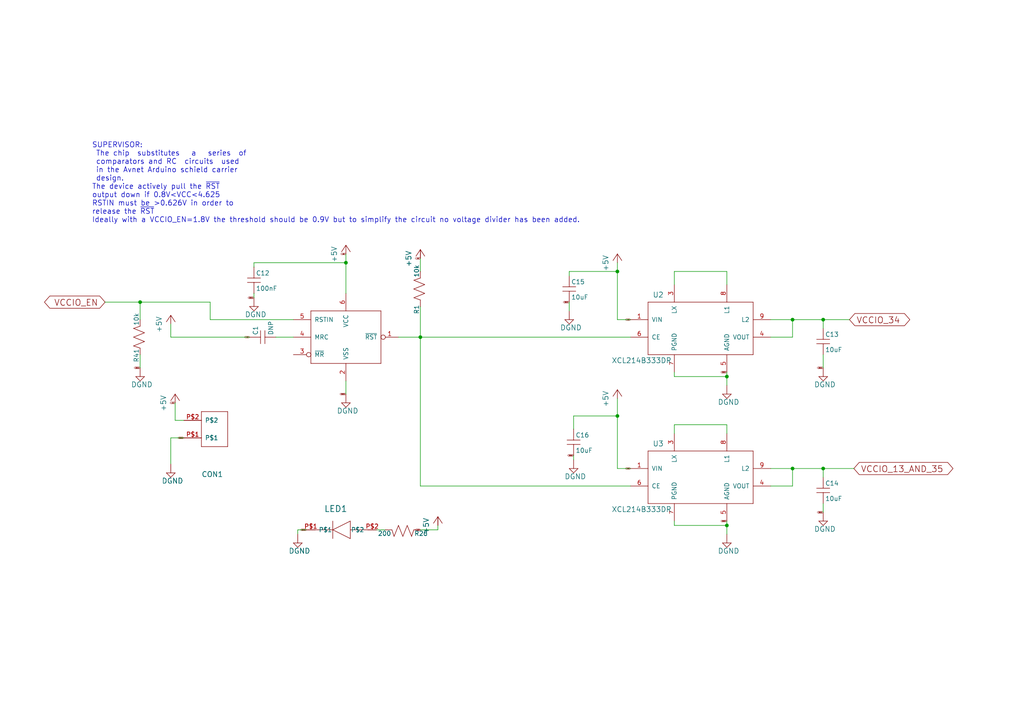
<source format=kicad_sch>
(kicad_sch
	(version 20231120)
	(generator "eeschema")
	(generator_version "8.0")
	(uuid "d10b41ff-10ad-4412-8249-21741e0622e9")
	(paper "A4")
	(lib_symbols
		(symbol "carrier-eagle-import:+5V"
			(power)
			(pin_names
				(offset 1.016)
			)
			(exclude_from_sim no)
			(in_bom yes)
			(on_board yes)
			(property "Reference" "#P+"
				(at 0 0 0)
				(effects
					(font
						(size 1.27 1.27)
					)
					(hide yes)
				)
			)
			(property "Value" "+5V"
				(at -2.54 -5.08 90)
				(effects
					(font
						(size 1.4986 1.4986)
					)
					(justify left bottom)
				)
			)
			(property "Footprint" ""
				(at 0 0 0)
				(effects
					(font
						(size 1.27 1.27)
					)
					(hide yes)
				)
			)
			(property "Datasheet" ""
				(at 0 0 0)
				(effects
					(font
						(size 1.27 1.27)
					)
					(hide yes)
				)
			)
			(property "Description" ""
				(at 0 0 0)
				(effects
					(font
						(size 1.27 1.27)
					)
					(hide yes)
				)
			)
			(property "ki_locked" ""
				(at 0 0 0)
				(effects
					(font
						(size 1.27 1.27)
					)
				)
			)
			(symbol "+5V_1_0"
				(polyline
					(pts
						(xy 0 0) (xy -1.27 -1.905)
					)
					(stroke
						(width 0)
						(type solid)
					)
					(fill
						(type none)
					)
				)
				(polyline
					(pts
						(xy 1.27 -1.905) (xy 0 0)
					)
					(stroke
						(width 0)
						(type solid)
					)
					(fill
						(type none)
					)
				)
				(pin power_in line
					(at 0 -2.54 90)
					(length 2.54)
					(name "+5V"
						(effects
							(font
								(size 0 0)
							)
						)
					)
					(number "1"
						(effects
							(font
								(size 0 0)
							)
						)
					)
				)
			)
		)
		(symbol "carrier-eagle-import:C_MLCC_SMDCMLCC_0603"
			(pin_names
				(offset 1.016)
			)
			(exclude_from_sim no)
			(in_bom yes)
			(on_board yes)
			(property "Reference" "C"
				(at 0.5588 0.0508 0)
				(effects
					(font
						(size 1.2954 1.2954)
					)
					(justify left bottom)
				)
			)
			(property "Value" "C_MLCC_SMDCMLCC_0603"
				(at 0.5588 -4.3688 0)
				(effects
					(font
						(size 1.2954 1.2954)
					)
					(justify left bottom)
				)
			)
			(property "Footprint" ""
				(at 0 0 0)
				(effects
					(font
						(size 1.27 1.27)
					)
					(hide yes)
				)
			)
			(property "Datasheet" ""
				(at 0 0 0)
				(effects
					(font
						(size 1.27 1.27)
					)
					(hide yes)
				)
			)
			(property "Description" ""
				(at 0 0 0)
				(effects
					(font
						(size 1.27 1.27)
					)
					(hide yes)
				)
			)
			(property "ki_locked" ""
				(at 0 0 0)
				(effects
					(font
						(size 1.27 1.27)
					)
				)
			)
			(symbol "C_MLCC_SMDCMLCC_0603_1_0"
				(polyline
					(pts
						(xy -1.905 -1.905) (xy 0 -1.905)
					)
					(stroke
						(width 0)
						(type solid)
					)
					(fill
						(type none)
					)
				)
				(polyline
					(pts
						(xy 0 -1.905) (xy 0 -5.08)
					)
					(stroke
						(width 0)
						(type solid)
					)
					(fill
						(type none)
					)
				)
				(polyline
					(pts
						(xy 0 -1.905) (xy 1.905 -1.905)
					)
					(stroke
						(width 0)
						(type solid)
					)
					(fill
						(type none)
					)
				)
				(polyline
					(pts
						(xy 0 -0.635) (xy -1.905 -0.635)
					)
					(stroke
						(width 0)
						(type solid)
					)
					(fill
						(type none)
					)
				)
				(polyline
					(pts
						(xy 0 -0.635) (xy 0 2.54)
					)
					(stroke
						(width 0)
						(type solid)
					)
					(fill
						(type none)
					)
				)
				(polyline
					(pts
						(xy 1.905 -0.635) (xy 0 -0.635)
					)
					(stroke
						(width 0)
						(type solid)
					)
					(fill
						(type none)
					)
				)
				(pin passive line
					(at 0 2.54 270)
					(length 0)
					(name "1"
						(effects
							(font
								(size 0 0)
							)
						)
					)
					(number "P$1"
						(effects
							(font
								(size 0 0)
							)
						)
					)
				)
				(pin passive line
					(at 0 -5.08 90)
					(length 0)
					(name "2"
						(effects
							(font
								(size 0 0)
							)
						)
					)
					(number "P$2"
						(effects
							(font
								(size 0 0)
							)
						)
					)
				)
			)
		)
		(symbol "carrier-eagle-import:C_MLCC_SMDCMLCC_1210"
			(pin_names
				(offset 1.016)
			)
			(exclude_from_sim no)
			(in_bom yes)
			(on_board yes)
			(property "Reference" "C"
				(at 0.5588 0.0508 0)
				(effects
					(font
						(size 1.2954 1.2954)
					)
					(justify left bottom)
				)
			)
			(property "Value" "C_MLCC_SMDCMLCC_1210"
				(at 0.5588 -4.3688 0)
				(effects
					(font
						(size 1.2954 1.2954)
					)
					(justify left bottom)
				)
			)
			(property "Footprint" ""
				(at 0 0 0)
				(effects
					(font
						(size 1.27 1.27)
					)
					(hide yes)
				)
			)
			(property "Datasheet" ""
				(at 0 0 0)
				(effects
					(font
						(size 1.27 1.27)
					)
					(hide yes)
				)
			)
			(property "Description" ""
				(at 0 0 0)
				(effects
					(font
						(size 1.27 1.27)
					)
					(hide yes)
				)
			)
			(property "ki_locked" ""
				(at 0 0 0)
				(effects
					(font
						(size 1.27 1.27)
					)
				)
			)
			(symbol "C_MLCC_SMDCMLCC_1210_1_0"
				(polyline
					(pts
						(xy -1.905 -1.905) (xy 0 -1.905)
					)
					(stroke
						(width 0)
						(type solid)
					)
					(fill
						(type none)
					)
				)
				(polyline
					(pts
						(xy 0 -1.905) (xy 0 -5.08)
					)
					(stroke
						(width 0)
						(type solid)
					)
					(fill
						(type none)
					)
				)
				(polyline
					(pts
						(xy 0 -1.905) (xy 1.905 -1.905)
					)
					(stroke
						(width 0)
						(type solid)
					)
					(fill
						(type none)
					)
				)
				(polyline
					(pts
						(xy 0 -0.635) (xy -1.905 -0.635)
					)
					(stroke
						(width 0)
						(type solid)
					)
					(fill
						(type none)
					)
				)
				(polyline
					(pts
						(xy 0 -0.635) (xy 0 2.54)
					)
					(stroke
						(width 0)
						(type solid)
					)
					(fill
						(type none)
					)
				)
				(polyline
					(pts
						(xy 1.905 -0.635) (xy 0 -0.635)
					)
					(stroke
						(width 0)
						(type solid)
					)
					(fill
						(type none)
					)
				)
				(pin passive line
					(at 0 2.54 270)
					(length 0)
					(name "1"
						(effects
							(font
								(size 0 0)
							)
						)
					)
					(number "P$1"
						(effects
							(font
								(size 0 0)
							)
						)
					)
				)
				(pin passive line
					(at 0 -5.08 90)
					(length 0)
					(name "2"
						(effects
							(font
								(size 0 0)
							)
						)
					)
					(number "P$2"
						(effects
							(font
								(size 0 0)
							)
						)
					)
				)
			)
		)
		(symbol "carrier-eagle-import:DGND"
			(power)
			(pin_names
				(offset 1.016)
			)
			(exclude_from_sim no)
			(in_bom yes)
			(on_board yes)
			(property "Reference" "#SUPPLY"
				(at 0 0 0)
				(effects
					(font
						(size 1.27 1.27)
					)
					(hide yes)
				)
			)
			(property "Value" "DGND"
				(at -2.667 -3.175 0)
				(effects
					(font
						(size 1.4986 1.4986)
					)
					(justify left bottom)
				)
			)
			(property "Footprint" ""
				(at 0 0 0)
				(effects
					(font
						(size 1.27 1.27)
					)
					(hide yes)
				)
			)
			(property "Datasheet" ""
				(at 0 0 0)
				(effects
					(font
						(size 1.27 1.27)
					)
					(hide yes)
				)
			)
			(property "Description" ""
				(at 0 0 0)
				(effects
					(font
						(size 1.27 1.27)
					)
					(hide yes)
				)
			)
			(property "ki_locked" ""
				(at 0 0 0)
				(effects
					(font
						(size 1.27 1.27)
					)
				)
			)
			(symbol "DGND_1_0"
				(polyline
					(pts
						(xy -1.27 0) (xy 1.27 0)
					)
					(stroke
						(width 0)
						(type solid)
					)
					(fill
						(type none)
					)
				)
				(polyline
					(pts
						(xy 0 -1.27) (xy -1.27 0)
					)
					(stroke
						(width 0)
						(type solid)
					)
					(fill
						(type none)
					)
				)
				(polyline
					(pts
						(xy 1.27 0) (xy 0 -1.27)
					)
					(stroke
						(width 0)
						(type solid)
					)
					(fill
						(type none)
					)
				)
				(pin power_in line
					(at 0 2.54 270)
					(length 2.54)
					(name "DGND"
						(effects
							(font
								(size 0 0)
							)
						)
					)
					(number "1"
						(effects
							(font
								(size 0 0)
							)
						)
					)
				)
			)
		)
		(symbol "carrier-eagle-import:EDSTL130_02"
			(pin_names
				(offset 1.016)
			)
			(exclude_from_sim no)
			(in_bom yes)
			(on_board yes)
			(property "Reference" "CON"
				(at -7.62 7.62 0)
				(effects
					(font
						(size 1.4986 1.4986)
					)
					(justify left bottom)
				)
			)
			(property "Value" "EDSTL130_02"
				(at 0 0 0)
				(effects
					(font
						(size 1.27 1.27)
					)
					(hide yes)
				)
			)
			(property "Footprint" ""
				(at 0 0 0)
				(effects
					(font
						(size 1.27 1.27)
					)
					(hide yes)
				)
			)
			(property "Datasheet" ""
				(at 0 0 0)
				(effects
					(font
						(size 1.27 1.27)
					)
					(hide yes)
				)
			)
			(property "Description" ""
				(at 0 0 0)
				(effects
					(font
						(size 1.27 1.27)
					)
					(hide yes)
				)
			)
			(property "ki_locked" ""
				(at 0 0 0)
				(effects
					(font
						(size 1.27 1.27)
					)
				)
			)
			(symbol "EDSTL130_02_1_0"
				(polyline
					(pts
						(xy -2.54 -5.08) (xy -2.54 5.08)
					)
					(stroke
						(width 0)
						(type solid)
					)
					(fill
						(type none)
					)
				)
				(polyline
					(pts
						(xy -2.54 5.08) (xy 5.08 5.08)
					)
					(stroke
						(width 0)
						(type solid)
					)
					(fill
						(type none)
					)
				)
				(polyline
					(pts
						(xy 5.08 -5.08) (xy -2.54 -5.08)
					)
					(stroke
						(width 0)
						(type solid)
					)
					(fill
						(type none)
					)
				)
				(polyline
					(pts
						(xy 5.08 5.08) (xy 5.08 -5.08)
					)
					(stroke
						(width 0)
						(type solid)
					)
					(fill
						(type none)
					)
				)
				(pin bidirectional line
					(at -7.62 -2.54 0)
					(length 5.08)
					(name "P$1"
						(effects
							(font
								(size 1.27 1.27)
							)
						)
					)
					(number "P$1"
						(effects
							(font
								(size 1.27 1.27)
							)
						)
					)
				)
				(pin bidirectional line
					(at -7.62 2.54 0)
					(length 5.08)
					(name "P$2"
						(effects
							(font
								(size 1.27 1.27)
							)
						)
					)
					(number "P$2"
						(effects
							(font
								(size 1.27 1.27)
							)
						)
					)
				)
			)
		)
		(symbol "carrier-eagle-import:LED-AA4040QBS"
			(pin_names
				(offset 1.016)
			)
			(exclude_from_sim no)
			(in_bom yes)
			(on_board yes)
			(property "Reference" "LED"
				(at -5.08 5.08 0)
				(effects
					(font
						(size 1.778 1.778)
					)
					(justify left bottom)
				)
			)
			(property "Value" "LED-AA4040QBS"
				(at 0 0 0)
				(effects
					(font
						(size 1.27 1.27)
					)
					(hide yes)
				)
			)
			(property "Footprint" ""
				(at 0 0 0)
				(effects
					(font
						(size 1.27 1.27)
					)
					(hide yes)
				)
			)
			(property "Datasheet" ""
				(at 0 0 0)
				(effects
					(font
						(size 1.27 1.27)
					)
					(hide yes)
				)
			)
			(property "Description" ""
				(at 0 0 0)
				(effects
					(font
						(size 1.27 1.27)
					)
					(hide yes)
				)
			)
			(property "ki_locked" ""
				(at 0 0 0)
				(effects
					(font
						(size 1.27 1.27)
					)
				)
			)
			(symbol "LED-AA4040QBS_1_0"
				(polyline
					(pts
						(xy -2.54 -2.54) (xy -2.54 0)
					)
					(stroke
						(width 0)
						(type solid)
					)
					(fill
						(type none)
					)
				)
				(polyline
					(pts
						(xy -2.54 0) (xy -7.62 0)
					)
					(stroke
						(width 0)
						(type solid)
					)
					(fill
						(type none)
					)
				)
				(polyline
					(pts
						(xy -2.54 0) (xy -2.54 2.54)
					)
					(stroke
						(width 0)
						(type solid)
					)
					(fill
						(type none)
					)
				)
				(polyline
					(pts
						(xy -2.54 0) (xy 2.54 -2.54)
					)
					(stroke
						(width 0)
						(type solid)
					)
					(fill
						(type none)
					)
				)
				(polyline
					(pts
						(xy 2.54 -2.54) (xy 2.54 0)
					)
					(stroke
						(width 0)
						(type solid)
					)
					(fill
						(type none)
					)
				)
				(polyline
					(pts
						(xy 2.54 0) (xy 2.54 2.54)
					)
					(stroke
						(width 0)
						(type solid)
					)
					(fill
						(type none)
					)
				)
				(polyline
					(pts
						(xy 2.54 2.54) (xy -2.54 0)
					)
					(stroke
						(width 0)
						(type solid)
					)
					(fill
						(type none)
					)
				)
				(polyline
					(pts
						(xy 7.62 0) (xy 2.54 0)
					)
					(stroke
						(width 0)
						(type solid)
					)
					(fill
						(type none)
					)
				)
				(pin bidirectional line
					(at -10.16 0 0)
					(length 2.54)
					(name "P$1"
						(effects
							(font
								(size 1.27 1.27)
							)
						)
					)
					(number "P$1"
						(effects
							(font
								(size 1.27 1.27)
							)
						)
					)
				)
				(pin bidirectional line
					(at 10.16 0 180)
					(length 2.54)
					(name "P$2"
						(effects
							(font
								(size 1.27 1.27)
							)
						)
					)
					(number "P$2"
						(effects
							(font
								(size 1.27 1.27)
							)
						)
					)
				)
			)
		)
		(symbol "carrier-eagle-import:R_SMDR0603"
			(pin_names
				(offset 1.016)
			)
			(exclude_from_sim no)
			(in_bom yes)
			(on_board yes)
			(property "Reference" "R"
				(at -7.2898 0.3048 0)
				(effects
					(font
						(size 1.2954 1.2954)
					)
					(justify left bottom)
				)
			)
			(property "Value" "R_SMDR0603"
				(at 3.3274 0.3048 0)
				(effects
					(font
						(size 1.2954 1.2954)
					)
					(justify left bottom)
				)
			)
			(property "Footprint" ""
				(at 0 0 0)
				(effects
					(font
						(size 1.27 1.27)
					)
					(hide yes)
				)
			)
			(property "Datasheet" ""
				(at 0 0 0)
				(effects
					(font
						(size 1.27 1.27)
					)
					(hide yes)
				)
			)
			(property "Description" ""
				(at 0 0 0)
				(effects
					(font
						(size 1.27 1.27)
					)
					(hide yes)
				)
			)
			(property "ki_locked" ""
				(at 0 0 0)
				(effects
					(font
						(size 1.27 1.27)
					)
				)
			)
			(symbol "R_SMDR0603_1_0"
				(polyline
					(pts
						(xy -3.175 0) (xy -5.08 0)
					)
					(stroke
						(width 0)
						(type solid)
					)
					(fill
						(type none)
					)
				)
				(polyline
					(pts
						(xy -2.54 1.905) (xy -3.175 0)
					)
					(stroke
						(width 0)
						(type solid)
					)
					(fill
						(type none)
					)
				)
				(polyline
					(pts
						(xy -2.54 1.905) (xy -1.27 -1.27)
					)
					(stroke
						(width 0)
						(type solid)
					)
					(fill
						(type none)
					)
				)
				(polyline
					(pts
						(xy -1.27 -1.27) (xy 0 1.905)
					)
					(stroke
						(width 0)
						(type solid)
					)
					(fill
						(type none)
					)
				)
				(polyline
					(pts
						(xy 0 1.905) (xy 1.27 -1.27)
					)
					(stroke
						(width 0)
						(type solid)
					)
					(fill
						(type none)
					)
				)
				(polyline
					(pts
						(xy 1.27 -1.27) (xy 2.54 1.905)
					)
					(stroke
						(width 0)
						(type solid)
					)
					(fill
						(type none)
					)
				)
				(polyline
					(pts
						(xy 2.54 1.905) (xy 3.175 0)
					)
					(stroke
						(width 0)
						(type solid)
					)
					(fill
						(type none)
					)
				)
				(polyline
					(pts
						(xy 3.175 0) (xy 5.08 0)
					)
					(stroke
						(width 0)
						(type solid)
					)
					(fill
						(type none)
					)
				)
				(pin passive line
					(at -5.08 0 0)
					(length 0)
					(name "1"
						(effects
							(font
								(size 0 0)
							)
						)
					)
					(number "P$1"
						(effects
							(font
								(size 0 0)
							)
						)
					)
				)
				(pin passive line
					(at 5.08 0 180)
					(length 0)
					(name "2"
						(effects
							(font
								(size 0 0)
							)
						)
					)
					(number "P$2"
						(effects
							(font
								(size 0 0)
							)
						)
					)
				)
			)
		)
		(symbol "carrier-eagle-import:STM_6780VWB6F"
			(pin_names
				(offset 1.016)
			)
			(exclude_from_sim no)
			(in_bom yes)
			(on_board yes)
			(property "Reference" "U"
				(at 0 0 0)
				(effects
					(font
						(size 1.27 1.27)
					)
					(hide yes)
				)
			)
			(property "Value" "STM_6780VWB6F"
				(at 0 0 0)
				(effects
					(font
						(size 1.27 1.27)
					)
					(hide yes)
				)
			)
			(property "Footprint" ""
				(at 0 0 0)
				(effects
					(font
						(size 1.27 1.27)
					)
					(hide yes)
				)
			)
			(property "Datasheet" ""
				(at 0 0 0)
				(effects
					(font
						(size 1.27 1.27)
					)
					(hide yes)
				)
			)
			(property "Description" ""
				(at 0 0 0)
				(effects
					(font
						(size 1.27 1.27)
					)
					(hide yes)
				)
			)
			(property "ki_locked" ""
				(at 0 0 0)
				(effects
					(font
						(size 1.27 1.27)
					)
				)
			)
			(symbol "STM_6780VWB6F_1_0"
				(polyline
					(pts
						(xy -10.16 -7.62) (xy -10.16 7.62)
					)
					(stroke
						(width 0)
						(type solid)
					)
					(fill
						(type none)
					)
				)
				(polyline
					(pts
						(xy -10.16 7.62) (xy 10.16 7.62)
					)
					(stroke
						(width 0)
						(type solid)
					)
					(fill
						(type none)
					)
				)
				(polyline
					(pts
						(xy 10.16 -7.62) (xy -10.16 -7.62)
					)
					(stroke
						(width 0)
						(type solid)
					)
					(fill
						(type none)
					)
				)
				(polyline
					(pts
						(xy 10.16 7.62) (xy 10.16 -7.62)
					)
					(stroke
						(width 0)
						(type solid)
					)
					(fill
						(type none)
					)
				)
				(pin bidirectional inverted
					(at 15.24 0 180)
					(length 5.08)
					(name "~{RST}"
						(effects
							(font
								(size 1.27 1.27)
							)
						)
					)
					(number "1"
						(effects
							(font
								(size 1.27 1.27)
							)
						)
					)
				)
				(pin bidirectional line
					(at 0 -12.7 90)
					(length 5.08)
					(name "VSS"
						(effects
							(font
								(size 1.27 1.27)
							)
						)
					)
					(number "2"
						(effects
							(font
								(size 1.27 1.27)
							)
						)
					)
				)
				(pin bidirectional inverted
					(at -15.24 -5.08 0)
					(length 5.08)
					(name "~{MR}"
						(effects
							(font
								(size 1.27 1.27)
							)
						)
					)
					(number "3"
						(effects
							(font
								(size 1.27 1.27)
							)
						)
					)
				)
				(pin bidirectional line
					(at -15.24 0 0)
					(length 5.08)
					(name "MRC"
						(effects
							(font
								(size 1.27 1.27)
							)
						)
					)
					(number "4"
						(effects
							(font
								(size 1.27 1.27)
							)
						)
					)
				)
				(pin bidirectional line
					(at -15.24 5.08 0)
					(length 5.08)
					(name "RSTIN"
						(effects
							(font
								(size 1.27 1.27)
							)
						)
					)
					(number "5"
						(effects
							(font
								(size 1.27 1.27)
							)
						)
					)
				)
				(pin bidirectional line
					(at 0 12.7 270)
					(length 5.08)
					(name "VCC"
						(effects
							(font
								(size 1.27 1.27)
							)
						)
					)
					(number "6"
						(effects
							(font
								(size 1.27 1.27)
							)
						)
					)
				)
			)
		)
		(symbol "carrier-eagle-import:TOREX_XCL214B123DR"
			(pin_names
				(offset 1.016)
			)
			(exclude_from_sim no)
			(in_bom yes)
			(on_board yes)
			(property "Reference" "U"
				(at 10.668 8.89 0)
				(effects
					(font
						(size 1.4986 1.4986)
					)
					(justify left bottom)
				)
			)
			(property "Value" "TOREX_XCL214B123DR"
				(at 8.382 -10.16 0)
				(effects
					(font
						(size 1.4986 1.4986)
					)
					(justify left bottom)
				)
			)
			(property "Footprint" ""
				(at 0 0 0)
				(effects
					(font
						(size 1.27 1.27)
					)
					(hide yes)
				)
			)
			(property "Datasheet" ""
				(at 0 0 0)
				(effects
					(font
						(size 1.27 1.27)
					)
					(hide yes)
				)
			)
			(property "Description" ""
				(at 0 0 0)
				(effects
					(font
						(size 1.27 1.27)
					)
					(hide yes)
				)
			)
			(property "ki_locked" ""
				(at 0 0 0)
				(effects
					(font
						(size 1.27 1.27)
					)
				)
			)
			(symbol "TOREX_XCL214B123DR_1_0"
				(polyline
					(pts
						(xy -15.24 -7.62) (xy -15.24 7.62)
					)
					(stroke
						(width 0)
						(type solid)
					)
					(fill
						(type none)
					)
				)
				(polyline
					(pts
						(xy -15.24 7.62) (xy 15.24 7.62)
					)
					(stroke
						(width 0)
						(type solid)
					)
					(fill
						(type none)
					)
				)
				(polyline
					(pts
						(xy 15.24 -7.62) (xy -15.24 -7.62)
					)
					(stroke
						(width 0)
						(type solid)
					)
					(fill
						(type none)
					)
				)
				(polyline
					(pts
						(xy 15.24 7.62) (xy 15.24 -7.62)
					)
					(stroke
						(width 0)
						(type solid)
					)
					(fill
						(type none)
					)
				)
				(pin bidirectional line
					(at 20.32 2.54 180)
					(length 5.08)
					(name "VIN"
						(effects
							(font
								(size 1.27 1.27)
							)
						)
					)
					(number "1"
						(effects
							(font
								(size 1.27 1.27)
							)
						)
					)
				)
				(pin bidirectional line
					(at 7.62 12.7 270)
					(length 5.08)
					(name "LX"
						(effects
							(font
								(size 1.27 1.27)
							)
						)
					)
					(number "3"
						(effects
							(font
								(size 1.27 1.27)
							)
						)
					)
				)
				(pin bidirectional line
					(at -20.32 -2.54 0)
					(length 5.08)
					(name "VOUT"
						(effects
							(font
								(size 1.27 1.27)
							)
						)
					)
					(number "4"
						(effects
							(font
								(size 1.27 1.27)
							)
						)
					)
				)
				(pin bidirectional line
					(at -7.62 -12.7 90)
					(length 5.08)
					(name "AGND"
						(effects
							(font
								(size 1.27 1.27)
							)
						)
					)
					(number "5"
						(effects
							(font
								(size 1.27 1.27)
							)
						)
					)
				)
				(pin bidirectional line
					(at 20.32 -2.54 180)
					(length 5.08)
					(name "CE"
						(effects
							(font
								(size 1.27 1.27)
							)
						)
					)
					(number "6"
						(effects
							(font
								(size 1.27 1.27)
							)
						)
					)
				)
				(pin bidirectional line
					(at 7.62 -12.7 90)
					(length 5.08)
					(name "PGND"
						(effects
							(font
								(size 1.27 1.27)
							)
						)
					)
					(number "7"
						(effects
							(font
								(size 0.9906 0.9906)
							)
						)
					)
				)
				(pin bidirectional line
					(at -7.62 12.7 270)
					(length 5.08)
					(name "L1"
						(effects
							(font
								(size 1.27 1.27)
							)
						)
					)
					(number "8"
						(effects
							(font
								(size 1.27 1.27)
							)
						)
					)
				)
				(pin bidirectional line
					(at -20.32 2.54 0)
					(length 5.08)
					(name "L2"
						(effects
							(font
								(size 1.27 1.27)
							)
						)
					)
					(number "9"
						(effects
							(font
								(size 1.27 1.27)
							)
						)
					)
				)
			)
		)
	)
	(junction
		(at 210.82 152.4)
		(diameter 0)
		(color 0 0 0 0)
		(uuid "14c36aa7-6788-4e38-b6f2-cb08fe0b785b")
	)
	(junction
		(at 179.07 120.65)
		(diameter 0)
		(color 0 0 0 0)
		(uuid "179b26d4-f9b1-40d8-9687-495f4b8b99b1")
	)
	(junction
		(at 229.87 135.89)
		(diameter 0)
		(color 0 0 0 0)
		(uuid "355b7fc5-b3ab-4dfa-8fe1-9206fa4b1c86")
	)
	(junction
		(at 210.82 109.22)
		(diameter 0)
		(color 0 0 0 0)
		(uuid "53e9ee82-98ff-4aa0-88cc-d153a9f38980")
	)
	(junction
		(at 238.76 92.71)
		(diameter 0)
		(color 0 0 0 0)
		(uuid "6a46322d-0a79-450e-ba4a-80303c8634f9")
	)
	(junction
		(at 229.87 92.71)
		(diameter 0)
		(color 0 0 0 0)
		(uuid "6e93087d-c828-46a0-b87e-8ce5aab5a6ca")
	)
	(junction
		(at 100.33 76.2)
		(diameter 0)
		(color 0 0 0 0)
		(uuid "867adefb-34ce-41c7-b991-6debd7740fd1")
	)
	(junction
		(at 179.07 78.74)
		(diameter 0)
		(color 0 0 0 0)
		(uuid "9a1a302c-7845-4b1d-bc63-8c8638921d36")
	)
	(junction
		(at 40.64 87.63)
		(diameter 0)
		(color 0 0 0 0)
		(uuid "a6323ba5-4bea-4194-acd0-8fba3a677c55")
	)
	(junction
		(at 121.92 97.79)
		(diameter 0)
		(color 0 0 0 0)
		(uuid "bd6e70c7-2ba2-4270-9e26-e942e02dbe6e")
	)
	(junction
		(at 238.76 135.89)
		(diameter 0)
		(color 0 0 0 0)
		(uuid "e5a99b0f-c879-445d-b9e3-390c4575aa33")
	)
	(wire
		(pts
			(xy 165.1 78.74) (xy 179.07 78.74)
		)
		(stroke
			(width 0)
			(type default)
		)
		(uuid "03282a52-bdd3-4c9c-bdda-4c49479bda00")
	)
	(wire
		(pts
			(xy 210.82 152.4) (xy 210.82 154.94)
		)
		(stroke
			(width 0)
			(type default)
		)
		(uuid "033e02b7-8894-4937-8c0e-65159cdf3d5a")
	)
	(wire
		(pts
			(xy 238.76 148.59) (xy 238.76 146.05)
		)
		(stroke
			(width 0)
			(type default)
		)
		(uuid "04a4e780-5dfd-4e47-a0e1-9764139a6e74")
	)
	(wire
		(pts
			(xy 166.37 124.46) (xy 166.37 120.65)
		)
		(stroke
			(width 0)
			(type default)
		)
		(uuid "06f7bad0-ac37-43c3-8673-2ceae2ece71a")
	)
	(wire
		(pts
			(xy 238.76 92.71) (xy 246.38 92.71)
		)
		(stroke
			(width 0)
			(type default)
		)
		(uuid "0a922e20-5250-4ea1-8f84-bb594f1218a1")
	)
	(wire
		(pts
			(xy 165.1 80.01) (xy 165.1 78.74)
		)
		(stroke
			(width 0)
			(type default)
		)
		(uuid "0c88a277-36bf-432b-80d0-e5d2e5400f4c")
	)
	(wire
		(pts
			(xy 49.53 127) (xy 49.53 134.62)
		)
		(stroke
			(width 0)
			(type default)
		)
		(uuid "0f977364-8878-484b-a756-45500de44589")
	)
	(wire
		(pts
			(xy 179.07 92.71) (xy 179.07 78.74)
		)
		(stroke
			(width 0)
			(type default)
		)
		(uuid "10e4ed5a-9bf3-4256-a56c-b8ca204b2c86")
	)
	(wire
		(pts
			(xy 195.58 123.19) (xy 210.82 123.19)
		)
		(stroke
			(width 0)
			(type default)
		)
		(uuid "11d94cfb-b4eb-437b-ac04-4c4c11cead84")
	)
	(wire
		(pts
			(xy 121.92 153.67) (xy 127 153.67)
		)
		(stroke
			(width 0)
			(type default)
		)
		(uuid "164311bc-8937-4524-a999-69757c590c26")
	)
	(wire
		(pts
			(xy 88.9 153.67) (xy 86.36 153.67)
		)
		(stroke
			(width 0)
			(type default)
		)
		(uuid "1fbb61dd-dd74-4fd0-bc55-076f7e4b7530")
	)
	(wire
		(pts
			(xy 85.09 97.79) (xy 80.01 97.79)
		)
		(stroke
			(width 0)
			(type default)
		)
		(uuid "23ce7aa5-dbbf-48ff-a055-5c3d65c21af8")
	)
	(wire
		(pts
			(xy 40.64 92.71) (xy 40.64 87.63)
		)
		(stroke
			(width 0)
			(type default)
		)
		(uuid "26f3db1d-f8d0-4b9c-947b-7c8b4e291e5a")
	)
	(wire
		(pts
			(xy 229.87 140.97) (xy 223.52 140.97)
		)
		(stroke
			(width 0)
			(type default)
		)
		(uuid "27014de9-fe2d-40cf-978a-7a1e732e0dd4")
	)
	(wire
		(pts
			(xy 73.66 77.47) (xy 73.66 76.2)
		)
		(stroke
			(width 0)
			(type default)
		)
		(uuid "2952d7de-d4ef-475e-b25d-81d62eb578f9")
	)
	(wire
		(pts
			(xy 223.52 92.71) (xy 229.87 92.71)
		)
		(stroke
			(width 0)
			(type default)
		)
		(uuid "2da9a4ac-fdbc-4c74-8df9-255a1b661e18")
	)
	(wire
		(pts
			(xy 121.92 140.97) (xy 121.92 97.79)
		)
		(stroke
			(width 0)
			(type default)
		)
		(uuid "3084dda3-8702-45ad-8554-e56c858a40e3")
	)
	(wire
		(pts
			(xy 100.33 114.3) (xy 100.33 110.49)
		)
		(stroke
			(width 0)
			(type default)
		)
		(uuid "3342ed25-6ffa-4fef-bf66-203491803d51")
	)
	(wire
		(pts
			(xy 50.8 116.84) (xy 50.8 121.92)
		)
		(stroke
			(width 0)
			(type default)
		)
		(uuid "3374f41b-3258-457c-8598-e659b0624b36")
	)
	(wire
		(pts
			(xy 115.57 97.79) (xy 121.92 97.79)
		)
		(stroke
			(width 0)
			(type default)
		)
		(uuid "3618a57c-04e7-4423-8a55-36ca89b60363")
	)
	(wire
		(pts
			(xy 210.82 151.13) (xy 210.82 152.4)
		)
		(stroke
			(width 0)
			(type default)
		)
		(uuid "3a921384-2b69-4144-8c1b-d4ed8078439e")
	)
	(wire
		(pts
			(xy 179.07 120.65) (xy 179.07 115.57)
		)
		(stroke
			(width 0)
			(type default)
		)
		(uuid "4704ca96-1e14-4bb8-a309-44f6383e40e4")
	)
	(wire
		(pts
			(xy 50.8 121.92) (xy 53.34 121.92)
		)
		(stroke
			(width 0)
			(type default)
		)
		(uuid "476cb0a9-a09a-4bf3-8f80-c198cef97b6f")
	)
	(wire
		(pts
			(xy 121.92 97.79) (xy 182.88 97.79)
		)
		(stroke
			(width 0)
			(type default)
		)
		(uuid "4b409c0b-0f46-42d8-acb2-3feb08572cfd")
	)
	(wire
		(pts
			(xy 40.64 106.68) (xy 40.64 102.87)
		)
		(stroke
			(width 0)
			(type default)
		)
		(uuid "4d2a0886-1ce6-4b2e-bca6-60424a62fca9")
	)
	(wire
		(pts
			(xy 165.1 87.63) (xy 165.1 90.17)
		)
		(stroke
			(width 0)
			(type default)
		)
		(uuid "533400ec-1369-4245-a233-c11831c0d36d")
	)
	(wire
		(pts
			(xy 60.96 87.63) (xy 40.64 87.63)
		)
		(stroke
			(width 0)
			(type default)
		)
		(uuid "53e4ef6d-fe36-4beb-a14e-cec7d0fdf00a")
	)
	(wire
		(pts
			(xy 238.76 138.43) (xy 238.76 135.89)
		)
		(stroke
			(width 0)
			(type default)
		)
		(uuid "55ca11a9-2df5-4bca-844c-b894212c8fe6")
	)
	(wire
		(pts
			(xy 121.92 74.93) (xy 121.92 78.74)
		)
		(stroke
			(width 0)
			(type default)
		)
		(uuid "5a62147a-407d-4cc1-86c4-63bebeaa2ff3")
	)
	(wire
		(pts
			(xy 182.88 140.97) (xy 121.92 140.97)
		)
		(stroke
			(width 0)
			(type default)
		)
		(uuid "5a72f8e1-61c2-4ba5-b229-11a3e5ccb871")
	)
	(wire
		(pts
			(xy 121.92 88.9) (xy 121.92 97.79)
		)
		(stroke
			(width 0)
			(type default)
		)
		(uuid "5d444e11-e28a-4fca-8ca8-656e6d6ffb55")
	)
	(wire
		(pts
			(xy 238.76 106.68) (xy 238.76 102.87)
		)
		(stroke
			(width 0)
			(type default)
		)
		(uuid "5f857f24-40af-47a4-9c40-b0f7b314242e")
	)
	(wire
		(pts
			(xy 229.87 135.89) (xy 229.87 140.97)
		)
		(stroke
			(width 0)
			(type default)
		)
		(uuid "632fee9a-ec35-434f-8324-c4ef03e1d517")
	)
	(wire
		(pts
			(xy 238.76 95.25) (xy 238.76 92.71)
		)
		(stroke
			(width 0)
			(type default)
		)
		(uuid "6659c8b6-8774-4270-a5a0-5f0842347ad9")
	)
	(wire
		(pts
			(xy 73.66 76.2) (xy 100.33 76.2)
		)
		(stroke
			(width 0)
			(type default)
		)
		(uuid "6ec10a09-f2ff-4e4d-87c9-78004be2de4f")
	)
	(wire
		(pts
			(xy 229.87 97.79) (xy 223.52 97.79)
		)
		(stroke
			(width 0)
			(type default)
		)
		(uuid "7329438d-866e-4245-bd93-5af31f62dc45")
	)
	(wire
		(pts
			(xy 238.76 135.89) (xy 247.65 135.89)
		)
		(stroke
			(width 0)
			(type default)
		)
		(uuid "80e775af-11b1-4f3b-a7cb-f51addf1f0d4")
	)
	(wire
		(pts
			(xy 182.88 92.71) (xy 179.07 92.71)
		)
		(stroke
			(width 0)
			(type default)
		)
		(uuid "8193a150-0c78-4ce7-a67b-8f29c17f35de")
	)
	(wire
		(pts
			(xy 49.53 97.79) (xy 49.53 93.98)
		)
		(stroke
			(width 0)
			(type default)
		)
		(uuid "8430f37e-08a5-4287-8953-bfb4e60bb39c")
	)
	(wire
		(pts
			(xy 229.87 92.71) (xy 238.76 92.71)
		)
		(stroke
			(width 0)
			(type default)
		)
		(uuid "84944d0c-4e69-4848-9192-1c383b11c768")
	)
	(wire
		(pts
			(xy 166.37 120.65) (xy 179.07 120.65)
		)
		(stroke
			(width 0)
			(type default)
		)
		(uuid "8ccb02fc-d7c1-4353-b382-8981dad16798")
	)
	(wire
		(pts
			(xy 210.82 109.22) (xy 210.82 111.76)
		)
		(stroke
			(width 0)
			(type default)
		)
		(uuid "96509340-fa8f-4922-8a54-fcca81ea915c")
	)
	(wire
		(pts
			(xy 195.58 78.74) (xy 210.82 78.74)
		)
		(stroke
			(width 0)
			(type default)
		)
		(uuid "9ca1f238-242f-45d7-9c01-b0d8fbb40214")
	)
	(wire
		(pts
			(xy 100.33 76.2) (xy 100.33 85.09)
		)
		(stroke
			(width 0)
			(type default)
		)
		(uuid "9d08ffe4-1595-4ebd-867b-1427139b16da")
	)
	(wire
		(pts
			(xy 195.58 151.13) (xy 195.58 152.4)
		)
		(stroke
			(width 0)
			(type default)
		)
		(uuid "9d166e73-26e5-438a-b831-dcc7b0ac1418")
	)
	(wire
		(pts
			(xy 223.52 135.89) (xy 229.87 135.89)
		)
		(stroke
			(width 0)
			(type default)
		)
		(uuid "a5ae2a8a-2792-44fb-9f0f-7174cd032ec9")
	)
	(wire
		(pts
			(xy 40.64 87.63) (xy 30.48 87.63)
		)
		(stroke
			(width 0)
			(type default)
		)
		(uuid "a965f959-20b1-4494-a5b5-bcf45bc69ab2")
	)
	(wire
		(pts
			(xy 109.22 153.67) (xy 111.76 153.67)
		)
		(stroke
			(width 0)
			(type default)
		)
		(uuid "acdf1a13-ee6e-40a9-aeda-71c81effde52")
	)
	(wire
		(pts
			(xy 166.37 132.08) (xy 166.37 133.35)
		)
		(stroke
			(width 0)
			(type default)
		)
		(uuid "ad9faa34-60fa-48e9-9371-4776cf0c59c1")
	)
	(wire
		(pts
			(xy 53.34 127) (xy 49.53 127)
		)
		(stroke
			(width 0)
			(type default)
		)
		(uuid "b29d31e0-9c41-40d9-9f00-e915f2c89c39")
	)
	(wire
		(pts
			(xy 195.58 109.22) (xy 210.82 109.22)
		)
		(stroke
			(width 0)
			(type default)
		)
		(uuid "b2b9a964-857b-4f37-bed9-f08a2155ba9b")
	)
	(wire
		(pts
			(xy 73.66 86.36) (xy 73.66 85.09)
		)
		(stroke
			(width 0)
			(type default)
		)
		(uuid "b2c9c0c9-2ed7-4ddb-ae06-7fa557675022")
	)
	(wire
		(pts
			(xy 210.82 78.74) (xy 210.82 82.55)
		)
		(stroke
			(width 0)
			(type default)
		)
		(uuid "b3b13c6c-dcd6-4621-bf39-7cfcd9d0e150")
	)
	(wire
		(pts
			(xy 60.96 87.63) (xy 60.96 92.71)
		)
		(stroke
			(width 0)
			(type default)
		)
		(uuid "b44e4765-6ac7-4c01-af01-20d7532ec37c")
	)
	(wire
		(pts
			(xy 229.87 92.71) (xy 229.87 97.79)
		)
		(stroke
			(width 0)
			(type default)
		)
		(uuid "b5cf064e-5601-40e6-867f-6f0aa90e2d75")
	)
	(wire
		(pts
			(xy 195.58 107.95) (xy 195.58 109.22)
		)
		(stroke
			(width 0)
			(type default)
		)
		(uuid "b8c20492-31b0-4956-9466-adfb408b54c2")
	)
	(wire
		(pts
			(xy 127 153.67) (xy 127 152.4)
		)
		(stroke
			(width 0)
			(type default)
		)
		(uuid "be68e37e-6f25-4db7-bff1-d4bdf1914dbf")
	)
	(wire
		(pts
			(xy 210.82 107.95) (xy 210.82 109.22)
		)
		(stroke
			(width 0)
			(type default)
		)
		(uuid "bfb1e9f5-08e5-4498-b1bb-a46a4f6a5d0b")
	)
	(wire
		(pts
			(xy 179.07 135.89) (xy 179.07 120.65)
		)
		(stroke
			(width 0)
			(type default)
		)
		(uuid "c70f53ec-8d04-4eff-a1d3-667eea7cfe8c")
	)
	(wire
		(pts
			(xy 179.07 78.74) (xy 179.07 76.2)
		)
		(stroke
			(width 0)
			(type default)
		)
		(uuid "cc823113-bd9e-456b-a13c-7238afdf2b60")
	)
	(wire
		(pts
			(xy 182.88 135.89) (xy 179.07 135.89)
		)
		(stroke
			(width 0)
			(type default)
		)
		(uuid "ce2808b5-0011-4f58-aed1-73b9022f74e9")
	)
	(wire
		(pts
			(xy 86.36 153.67) (xy 86.36 154.94)
		)
		(stroke
			(width 0)
			(type default)
		)
		(uuid "d91bf996-53e5-46c5-bb46-5969584f4f7d")
	)
	(wire
		(pts
			(xy 195.58 82.55) (xy 195.58 78.74)
		)
		(stroke
			(width 0)
			(type default)
		)
		(uuid "dc5b20b2-226b-4381-ad5d-2eae232a8e53")
	)
	(wire
		(pts
			(xy 72.39 97.79) (xy 49.53 97.79)
		)
		(stroke
			(width 0)
			(type default)
		)
		(uuid "de99cad2-06d6-4447-a3c0-b482fcb59119")
	)
	(wire
		(pts
			(xy 100.33 73.66) (xy 100.33 76.2)
		)
		(stroke
			(width 0)
			(type default)
		)
		(uuid "e74848ca-3228-4c3f-aa48-9e51db556a66")
	)
	(wire
		(pts
			(xy 195.58 125.73) (xy 195.58 123.19)
		)
		(stroke
			(width 0)
			(type default)
		)
		(uuid "e96f4d4b-c849-4c45-9c2e-932673add78f")
	)
	(wire
		(pts
			(xy 210.82 123.19) (xy 210.82 125.73)
		)
		(stroke
			(width 0)
			(type default)
		)
		(uuid "ed8c4edc-0c66-4bac-b5fe-3739b7f45e8b")
	)
	(wire
		(pts
			(xy 60.96 92.71) (xy 85.09 92.71)
		)
		(stroke
			(width 0)
			(type default)
		)
		(uuid "f2a25ead-d2c5-45a6-918a-8d10d86e73f9")
	)
	(wire
		(pts
			(xy 229.87 135.89) (xy 238.76 135.89)
		)
		(stroke
			(width 0)
			(type default)
		)
		(uuid "fb724cd5-29be-458f-a001-812ed395262f")
	)
	(wire
		(pts
			(xy 195.58 152.4) (xy 210.82 152.4)
		)
		(stroke
			(width 0)
			(type default)
		)
		(uuid "fe8e7160-d65e-48c5-a1fb-35d6aad4165b")
	)
	(text "SUPERVISOR:\n The chip  substitutes   a   series  of\n comparators and RC  circuits  used\n in the Avnet Arduino schield carrier\n design.\nThe device actively pull the ~{RST} \noutput down if 0.8V<VCC<4.625\nRSTIN must be >0.626V in order to\nrelease the ~{RST}\nIdeally with a VCCIO_EN=1.8V the threshold should be 0.9V but to simplify the circuit no voltage divider has been added.\n"
		(exclude_from_sim no)
		(at 26.67 64.77 0)
		(effects
			(font
				(size 1.4986 1.4986)
			)
			(justify left bottom)
		)
		(uuid "a209218b-f68b-49b8-abec-6138b2717bf9")
	)
	(global_label "VCCIO_34"
		(shape bidirectional)
		(at 246.38 92.71 0)
		(effects
			(font
				(size 1.778 1.778)
			)
			(justify left)
		)
		(uuid "01581114-cc60-4c42-a26d-9cb69973e831")
		(property "Intersheetrefs" "${INTERSHEET_REFS}"
			(at 246.38 92.71 0)
			(effects
				(font
					(size 1.27 1.27)
				)
				(hide yes)
			)
		)
	)
	(global_label "DGND"
		(shape bidirectional)
		(at 166.37 132.08 180)
		(effects
			(font
				(size 0.254 0.254)
			)
			(justify right)
		)
		(uuid "0e6b18e5-3d34-4571-bc93-17a88d4dda37")
		(property "Intersheetrefs" "${INTERSHEET_REFS}"
			(at 166.37 132.08 0)
			(effects
				(font
					(size 1.27 1.27)
				)
				(hide yes)
			)
		)
	)
	(global_label "+5V"
		(shape bidirectional)
		(at 121.92 74.93 180)
		(effects
			(font
				(size 0.254 0.254)
			)
			(justify right)
		)
		(uuid "10876e77-e5b3-4de2-a306-d5e8aa0698ae")
		(property "Intersheetrefs" "${INTERSHEET_REFS}"
			(at 121.92 74.93 0)
			(effects
				(font
					(size 1.27 1.27)
				)
				(hide yes)
			)
		)
	)
	(global_label "DGND"
		(shape bidirectional)
		(at 73.66 86.36 180)
		(effects
			(font
				(size 0.254 0.254)
			)
			(justify right)
		)
		(uuid "2d5e6687-80df-4345-97a5-3be65ae51f1e")
		(property "Intersheetrefs" "${INTERSHEET_REFS}"
			(at 73.66 86.36 0)
			(effects
				(font
					(size 1.27 1.27)
				)
				(hide yes)
			)
		)
	)
	(global_label "DGND"
		(shape bidirectional)
		(at 40.64 106.68 180)
		(effects
			(font
				(size 0.254 0.254)
			)
			(justify right)
		)
		(uuid "3632d6cc-dc6e-43df-a88f-289ef4af3371")
		(property "Intersheetrefs" "${INTERSHEET_REFS}"
			(at 40.64 106.68 0)
			(effects
				(font
					(size 1.27 1.27)
				)
				(hide yes)
			)
		)
	)
	(global_label "DGND"
		(shape bidirectional)
		(at 238.76 106.68 180)
		(effects
			(font
				(size 0.254 0.254)
			)
			(justify right)
		)
		(uuid "392793eb-c1de-42a4-bd91-035fce96ae8e")
		(property "Intersheetrefs" "${INTERSHEET_REFS}"
			(at 238.76 106.68 0)
			(effects
				(font
					(size 1.27 1.27)
				)
				(hide yes)
			)
		)
	)
	(global_label "+5V"
		(shape bidirectional)
		(at 182.88 92.71 180)
		(effects
			(font
				(size 0.254 0.254)
			)
			(justify right)
		)
		(uuid "56aa5988-1320-485b-960b-0c62f982e0d3")
		(property "Intersheetrefs" "${INTERSHEET_REFS}"
			(at 182.88 92.71 0)
			(effects
				(font
					(size 1.27 1.27)
				)
				(hide yes)
			)
		)
	)
	(global_label "VCCIO_EN"
		(shape bidirectional)
		(at 30.48 87.63 180)
		(effects
			(font
				(size 1.778 1.778)
			)
			(justify right)
		)
		(uuid "66e5a688-e447-4d97-bc07-0b991892e3a7")
		(property "Intersheetrefs" "${INTERSHEET_REFS}"
			(at 30.48 87.63 0)
			(effects
				(font
					(size 1.27 1.27)
				)
				(hide yes)
			)
		)
	)
	(global_label "DGND"
		(shape bidirectional)
		(at 53.34 127 180)
		(effects
			(font
				(size 0.254 0.254)
			)
			(justify right)
		)
		(uuid "7881e6e2-38cb-4979-91d1-646afdb3f708")
		(property "Intersheetrefs" "${INTERSHEET_REFS}"
			(at 53.34 127 0)
			(effects
				(font
					(size 1.27 1.27)
				)
				(hide yes)
			)
		)
	)
	(global_label "+5V"
		(shape bidirectional)
		(at 121.92 153.67 180)
		(effects
			(font
				(size 0.254 0.254)
			)
			(justify right)
		)
		(uuid "7b186bee-c3fa-4a78-a7bc-1a61bf17d3e3")
		(property "Intersheetrefs" "${INTERSHEET_REFS}"
			(at 121.92 153.67 0)
			(effects
				(font
					(size 1.27 1.27)
				)
				(hide yes)
			)
		)
	)
	(global_label "+5V"
		(shape bidirectional)
		(at 182.88 135.89 180)
		(effects
			(font
				(size 0.254 0.254)
			)
			(justify right)
		)
		(uuid "a239b9f5-83ea-42f4-a548-1dc7d7f72387")
		(property "Intersheetrefs" "${INTERSHEET_REFS}"
			(at 182.88 135.89 0)
			(effects
				(font
					(size 1.27 1.27)
				)
				(hide yes)
			)
		)
	)
	(global_label "DGND"
		(shape bidirectional)
		(at 100.33 114.3 180)
		(effects
			(font
				(size 0.254 0.254)
			)
			(justify right)
		)
		(uuid "a58cf0b7-cff8-4d17-bc1d-1922e5168be8")
		(property "Intersheetrefs" "${INTERSHEET_REFS}"
			(at 100.33 114.3 0)
			(effects
				(font
					(size 1.27 1.27)
				)
				(hide yes)
			)
		)
	)
	(global_label "DGND"
		(shape bidirectional)
		(at 210.82 107.95 180)
		(effects
			(font
				(size 0.254 0.254)
			)
			(justify right)
		)
		(uuid "aa3a921b-63b4-443e-91ee-212e44c3cb23")
		(property "Intersheetrefs" "${INTERSHEET_REFS}"
			(at 210.82 107.95 0)
			(effects
				(font
					(size 1.27 1.27)
				)
				(hide yes)
			)
		)
	)
	(global_label "+5V"
		(shape bidirectional)
		(at 72.39 97.79 180)
		(effects
			(font
				(size 0.254 0.254)
			)
			(justify right)
		)
		(uuid "b6cdce1d-7f2b-41b0-88b8-067a9239f693")
		(property "Intersheetrefs" "${INTERSHEET_REFS}"
			(at 72.39 97.79 0)
			(effects
				(font
					(size 1.27 1.27)
				)
				(hide yes)
			)
		)
	)
	(global_label "DGND"
		(shape bidirectional)
		(at 88.9 153.67 180)
		(effects
			(font
				(size 0.254 0.254)
			)
			(justify right)
		)
		(uuid "d4227e92-1144-4a6f-871a-2f5bb1203891")
		(property "Intersheetrefs" "${INTERSHEET_REFS}"
			(at 88.9 153.67 0)
			(effects
				(font
					(size 1.27 1.27)
				)
				(hide yes)
			)
		)
	)
	(global_label "VCCIO_13_AND_35"
		(shape bidirectional)
		(at 247.65 135.89 0)
		(effects
			(font
				(size 1.778 1.778)
			)
			(justify left)
		)
		(uuid "d506c57c-03c1-4261-a74f-d010955622f5")
		(property "Intersheetrefs" "${INTERSHEET_REFS}"
			(at 247.65 135.89 0)
			(effects
				(font
					(size 1.27 1.27)
				)
				(hide yes)
			)
		)
	)
	(global_label "DGND"
		(shape bidirectional)
		(at 238.76 148.59 180)
		(effects
			(font
				(size 0.254 0.254)
			)
			(justify right)
		)
		(uuid "da3d6b92-d50e-4838-85ba-76ebc947751a")
		(property "Intersheetrefs" "${INTERSHEET_REFS}"
			(at 238.76 148.59 0)
			(effects
				(font
					(size 1.27 1.27)
				)
				(hide yes)
			)
		)
	)
	(global_label "DGND"
		(shape bidirectional)
		(at 210.82 151.13 180)
		(effects
			(font
				(size 0.254 0.254)
			)
			(justify right)
		)
		(uuid "e802cc8d-cb8b-4de7-a2e7-b2bd6466baf2")
		(property "Intersheetrefs" "${INTERSHEET_REFS}"
			(at 210.82 151.13 0)
			(effects
				(font
					(size 1.27 1.27)
				)
				(hide yes)
			)
		)
	)
	(global_label "+5V"
		(shape bidirectional)
		(at 100.33 73.66 180)
		(effects
			(font
				(size 0.254 0.254)
			)
			(justify right)
		)
		(uuid "f12e001b-c8ee-4a52-9155-1c495361268f")
		(property "Intersheetrefs" "${INTERSHEET_REFS}"
			(at 100.33 73.66 0)
			(effects
				(font
					(size 1.27 1.27)
				)
				(hide yes)
			)
		)
	)
	(global_label "+5V"
		(shape bidirectional)
		(at 50.8 116.84 180)
		(effects
			(font
				(size 0.254 0.254)
			)
			(justify right)
		)
		(uuid "f6d75602-61e3-48ba-8000-404edb079ffa")
		(property "Intersheetrefs" "${INTERSHEET_REFS}"
			(at 50.8 116.84 0)
			(effects
				(font
					(size 1.27 1.27)
				)
				(hide yes)
			)
		)
	)
	(global_label "DGND"
		(shape bidirectional)
		(at 165.1 87.63 180)
		(effects
			(font
				(size 0.254 0.254)
			)
			(justify right)
		)
		(uuid "fae2672d-5b3f-4600-a9d9-665c7bffee31")
		(property "Intersheetrefs" "${INTERSHEET_REFS}"
			(at 165.1 87.63 0)
			(effects
				(font
					(size 1.27 1.27)
				)
				(hide yes)
			)
		)
	)
	(symbol
		(lib_id "carrier-eagle-import:+5V")
		(at 127 149.86 0)
		(unit 1)
		(exclude_from_sim no)
		(in_bom yes)
		(on_board yes)
		(dnp no)
		(uuid "00000000-0000-0000-0000-000011372680")
		(property "Reference" "#P+031"
			(at 127 149.86 0)
			(effects
				(font
					(size 1.27 1.27)
				)
				(hide yes)
			)
		)
		(property "Value" "+5V"
			(at 124.46 154.94 90)
			(effects
				(font
					(size 1.4986 1.4986)
				)
				(justify left bottom)
			)
		)
		(property "Footprint" ""
			(at 127 149.86 0)
			(effects
				(font
					(size 1.27 1.27)
				)
				(hide yes)
			)
		)
		(property "Datasheet" ""
			(at 127 149.86 0)
			(effects
				(font
					(size 1.27 1.27)
				)
				(hide yes)
			)
		)
		(property "Description" ""
			(at 127 149.86 0)
			(effects
				(font
					(size 1.27 1.27)
				)
				(hide yes)
			)
		)
		(pin "1"
			(uuid "a4352441-3230-435c-ba85-550caee71443")
		)
		(instances
			(project "carrier"
				(path "/7432a06f-ac8b-422d-bc6b-b0826f05dc07/00000000-0000-0000-0000-0000616e0e3a"
					(reference "#P+031")
					(unit 1)
				)
				(path "/7432a06f-ac8b-422d-bc6b-b0826f05dc07"
					(reference "#P+31")
					(unit 1)
				)
			)
		)
	)
	(symbol
		(lib_id "carrier-eagle-import:DGND")
		(at 238.76 151.13 0)
		(unit 1)
		(exclude_from_sim no)
		(in_bom yes)
		(on_board yes)
		(dnp no)
		(uuid "00000000-0000-0000-0000-000011576e5e")
		(property "Reference" "#SUPPLY020"
			(at 238.76 151.13 0)
			(effects
				(font
					(size 1.27 1.27)
				)
				(hide yes)
			)
		)
		(property "Value" "DGND"
			(at 236.093 154.305 0)
			(effects
				(font
					(size 1.4986 1.4986)
				)
				(justify left bottom)
			)
		)
		(property "Footprint" ""
			(at 238.76 151.13 0)
			(effects
				(font
					(size 1.27 1.27)
				)
				(hide yes)
			)
		)
		(property "Datasheet" ""
			(at 238.76 151.13 0)
			(effects
				(font
					(size 1.27 1.27)
				)
				(hide yes)
			)
		)
		(property "Description" ""
			(at 238.76 151.13 0)
			(effects
				(font
					(size 1.27 1.27)
				)
				(hide yes)
			)
		)
		(pin "1"
			(uuid "633c27f2-8405-4f19-83ab-a7a94d260cab")
		)
		(instances
			(project "carrier"
				(path "/7432a06f-ac8b-422d-bc6b-b0826f05dc07/00000000-0000-0000-0000-0000616e0e3a"
					(reference "#SUPPLY020")
					(unit 1)
				)
				(path "/7432a06f-ac8b-422d-bc6b-b0826f05dc07"
					(reference "#SUPPLY20")
					(unit 1)
				)
			)
		)
	)
	(symbol
		(lib_id "carrier-eagle-import:C_MLCC_SMDCMLCC_1210")
		(at 166.37 127 0)
		(unit 1)
		(exclude_from_sim no)
		(in_bom yes)
		(on_board yes)
		(dnp no)
		(uuid "00000000-0000-0000-0000-000012da53ad")
		(property "Reference" "C16"
			(at 166.9288 126.9492 0)
			(effects
				(font
					(size 1.2954 1.2954)
				)
				(justify left bottom)
			)
		)
		(property "Value" "10uF"
			(at 166.9288 131.3942 0)
			(effects
				(font
					(size 1.2954 1.2954)
				)
				(justify left bottom)
			)
		)
		(property "Footprint" "carrier:C_MLCC_1210"
			(at 166.37 127 0)
			(effects
				(font
					(size 1.27 1.27)
				)
				(hide yes)
			)
		)
		(property "Datasheet" ""
			(at 166.37 127 0)
			(effects
				(font
					(size 1.27 1.27)
				)
				(hide yes)
			)
		)
		(property "Description" ""
			(at 166.37 127 0)
			(effects
				(font
					(size 1.27 1.27)
				)
				(hide yes)
			)
		)
		(property "PARTNO" "TDK C3225X5R1E106K250AA"
			(at 166.37 127 0)
			(effects
				(font
					(size 1.2954 1.2954)
				)
				(justify left bottom)
				(hide yes)
			)
		)
		(pin "P$1"
			(uuid "526e730c-c7e8-46c0-bbe3-c07b43a3545f")
		)
		(pin "P$2"
			(uuid "ccf76a3c-ffc0-4c68-8c1b-ec404189f75a")
		)
		(instances
			(project "carrier"
				(path "/7432a06f-ac8b-422d-bc6b-b0826f05dc07/00000000-0000-0000-0000-0000616e0e3a"
					(reference "C16")
					(unit 1)
				)
				(path "/7432a06f-ac8b-422d-bc6b-b0826f05dc07"
					(reference "C16")
					(unit 1)
				)
			)
		)
	)
	(symbol
		(lib_id "carrier-eagle-import:STM_6780VWB6F")
		(at 100.33 97.79 0)
		(unit 1)
		(exclude_from_sim no)
		(in_bom yes)
		(on_board yes)
		(dnp no)
		(uuid "00000000-0000-0000-0000-000013b151ce")
		(property "Reference" "U1"
			(at 100.33 97.79 0)
			(effects
				(font
					(size 1.27 1.27)
				)
				(hide yes)
			)
		)
		(property "Value" "STM6779LWB6F"
			(at 100.33 97.79 0)
			(effects
				(font
					(size 1.27 1.27)
				)
				(hide yes)
			)
		)
		(property "Footprint" "carrier:SOT95P280X145-6N"
			(at 100.33 97.79 0)
			(effects
				(font
					(size 1.27 1.27)
				)
				(hide yes)
			)
		)
		(property "Datasheet" ""
			(at 100.33 97.79 0)
			(effects
				(font
					(size 1.27 1.27)
				)
				(hide yes)
			)
		)
		(property "Description" ""
			(at 100.33 97.79 0)
			(effects
				(font
					(size 1.27 1.27)
				)
				(hide yes)
			)
		)
		(property "DIGIKEY" "497-8008-1-ND"
			(at 100.33 97.79 0)
			(effects
				(font
					(size 1.27 1.27)
				)
				(justify left bottom)
				(hide yes)
			)
		)
		(property "PARTNO" "STM6779LWB6F"
			(at 100.33 97.79 0)
			(effects
				(font
					(size 1.27 1.27)
				)
				(justify left bottom)
				(hide yes)
			)
		)
		(pin "6"
			(uuid "51a071b1-de22-4dae-9f4d-7d25dc156d19")
		)
		(pin "2"
			(uuid "408b3dcc-16c6-45eb-b198-6b296dc90805")
		)
		(pin "3"
			(uuid "473417a4-32a3-4867-a9a7-ea382b10829c")
		)
		(pin "4"
			(uuid "b62e18b9-1762-4f9d-bee6-324bb5448a5a")
		)
		(pin "5"
			(uuid "07a4a42a-1a8f-46f2-9abd-3f0a7ea4f89d")
		)
		(pin "1"
			(uuid "ef955abc-bee5-4a34-acd3-4a8c950d609a")
		)
		(instances
			(project "carrier"
				(path "/7432a06f-ac8b-422d-bc6b-b0826f05dc07/00000000-0000-0000-0000-0000616e0e3a"
					(reference "U1")
					(unit 1)
				)
				(path "/7432a06f-ac8b-422d-bc6b-b0826f05dc07"
					(reference "U1")
					(unit 1)
				)
			)
		)
	)
	(symbol
		(lib_id "carrier-eagle-import:R_SMDR0603")
		(at 40.64 97.79 90)
		(unit 1)
		(exclude_from_sim no)
		(in_bom yes)
		(on_board yes)
		(dnp no)
		(uuid "00000000-0000-0000-0000-00001886a4f7")
		(property "Reference" "R41"
			(at 40.3098 105.1052 0)
			(effects
				(font
					(size 1.2954 1.2954)
				)
				(justify left bottom)
			)
		)
		(property "Value" "10k"
			(at 40.3098 94.4626 0)
			(effects
				(font
					(size 1.2954 1.2954)
				)
				(justify left bottom)
			)
		)
		(property "Footprint" "carrier:R_0603"
			(at 40.64 97.79 0)
			(effects
				(font
					(size 1.27 1.27)
				)
				(hide yes)
			)
		)
		(property "Datasheet" ""
			(at 40.64 97.79 0)
			(effects
				(font
					(size 1.27 1.27)
				)
				(hide yes)
			)
		)
		(property "Description" ""
			(at 40.64 97.79 0)
			(effects
				(font
					(size 1.27 1.27)
				)
				(hide yes)
			)
		)
		(property "PARTNO" " ERA-3AED103V"
			(at 40.64 97.79 0)
			(effects
				(font
					(size 1.2954 1.2954)
				)
				(justify left bottom)
				(hide yes)
			)
		)
		(pin "P$2"
			(uuid "3a49c5e1-9819-4ea4-b7c4-42092bafe327")
		)
		(pin "P$1"
			(uuid "c8447afe-b048-4540-bfd4-6372cb2e7807")
		)
		(instances
			(project "carrier"
				(path "/7432a06f-ac8b-422d-bc6b-b0826f05dc07/00000000-0000-0000-0000-0000616e0e3a"
					(reference "R41")
					(unit 1)
				)
				(path "/7432a06f-ac8b-422d-bc6b-b0826f05dc07"
					(reference "R41")
					(unit 1)
				)
			)
		)
	)
	(symbol
		(lib_id "carrier-eagle-import:DGND")
		(at 40.64 109.22 0)
		(unit 1)
		(exclude_from_sim no)
		(in_bom yes)
		(on_board yes)
		(dnp no)
		(uuid "00000000-0000-0000-0000-000020c4aef4")
		(property "Reference" "#SUPPLY059"
			(at 40.64 109.22 0)
			(effects
				(font
					(size 1.27 1.27)
				)
				(hide yes)
			)
		)
		(property "Value" "DGND"
			(at 37.973 112.395 0)
			(effects
				(font
					(size 1.4986 1.4986)
				)
				(justify left bottom)
			)
		)
		(property "Footprint" ""
			(at 40.64 109.22 0)
			(effects
				(font
					(size 1.27 1.27)
				)
				(hide yes)
			)
		)
		(property "Datasheet" ""
			(at 40.64 109.22 0)
			(effects
				(font
					(size 1.27 1.27)
				)
				(hide yes)
			)
		)
		(property "Description" ""
			(at 40.64 109.22 0)
			(effects
				(font
					(size 1.27 1.27)
				)
				(hide yes)
			)
		)
		(pin "1"
			(uuid "db0cc88d-cbdb-4ef6-83f6-bfaf3b82e125")
		)
		(instances
			(project "carrier"
				(path "/7432a06f-ac8b-422d-bc6b-b0826f05dc07/00000000-0000-0000-0000-0000616e0e3a"
					(reference "#SUPPLY059")
					(unit 1)
				)
				(path "/7432a06f-ac8b-422d-bc6b-b0826f05dc07"
					(reference "#SUPPLY59")
					(unit 1)
				)
			)
		)
	)
	(symbol
		(lib_id "carrier-eagle-import:DGND")
		(at 73.66 88.9 0)
		(unit 1)
		(exclude_from_sim no)
		(in_bom yes)
		(on_board yes)
		(dnp no)
		(uuid "00000000-0000-0000-0000-00004114abc6")
		(property "Reference" "#SUPPLY019"
			(at 73.66 88.9 0)
			(effects
				(font
					(size 1.27 1.27)
				)
				(hide yes)
			)
		)
		(property "Value" "DGND"
			(at 70.993 92.075 0)
			(effects
				(font
					(size 1.4986 1.4986)
				)
				(justify left bottom)
			)
		)
		(property "Footprint" ""
			(at 73.66 88.9 0)
			(effects
				(font
					(size 1.27 1.27)
				)
				(hide yes)
			)
		)
		(property "Datasheet" ""
			(at 73.66 88.9 0)
			(effects
				(font
					(size 1.27 1.27)
				)
				(hide yes)
			)
		)
		(property "Description" ""
			(at 73.66 88.9 0)
			(effects
				(font
					(size 1.27 1.27)
				)
				(hide yes)
			)
		)
		(pin "1"
			(uuid "b4f003db-2ce2-4885-9d44-293af7de99c3")
		)
		(instances
			(project "carrier"
				(path "/7432a06f-ac8b-422d-bc6b-b0826f05dc07/00000000-0000-0000-0000-0000616e0e3a"
					(reference "#SUPPLY019")
					(unit 1)
				)
				(path "/7432a06f-ac8b-422d-bc6b-b0826f05dc07"
					(reference "#SUPPLY19")
					(unit 1)
				)
			)
		)
	)
	(symbol
		(lib_id "carrier-eagle-import:R_SMDR0603")
		(at 116.84 153.67 180)
		(unit 1)
		(exclude_from_sim no)
		(in_bom yes)
		(on_board yes)
		(dnp no)
		(uuid "00000000-0000-0000-0000-0000486b215e")
		(property "Reference" "R26"
			(at 124.1298 154.0002 0)
			(effects
				(font
					(size 1.2954 1.2954)
				)
				(justify left bottom)
			)
		)
		(property "Value" "200"
			(at 113.4872 154.0002 0)
			(effects
				(font
					(size 1.2954 1.2954)
				)
				(justify left bottom)
			)
		)
		(property "Footprint" "carrier:R_0603"
			(at 116.84 153.67 0)
			(effects
				(font
					(size 1.27 1.27)
				)
				(hide yes)
			)
		)
		(property "Datasheet" ""
			(at 116.84 153.67 0)
			(effects
				(font
					(size 1.27 1.27)
				)
				(hide yes)
			)
		)
		(property "Description" ""
			(at 116.84 153.67 0)
			(effects
				(font
					(size 1.27 1.27)
				)
				(hide yes)
			)
		)
		(property "PARTNO" " CRCW0603200RFKEA"
			(at 116.84 153.67 0)
			(effects
				(font
					(size 1.2954 1.2954)
				)
				(justify left bottom)
				(hide yes)
			)
		)
		(pin "P$2"
			(uuid "5b21f7dc-4620-4903-8503-8e34a8014184")
		)
		(pin "P$1"
			(uuid "3857e3eb-1967-4da3-832c-66d935acdbc7")
		)
		(instances
			(project "carrier"
				(path "/7432a06f-ac8b-422d-bc6b-b0826f05dc07/00000000-0000-0000-0000-0000616e0e3a"
					(reference "R26")
					(unit 1)
				)
				(path "/7432a06f-ac8b-422d-bc6b-b0826f05dc07"
					(reference "R26")
					(unit 1)
				)
			)
		)
	)
	(symbol
		(lib_id "carrier-eagle-import:C_MLCC_SMDCMLCC_0603")
		(at 73.66 80.01 0)
		(unit 1)
		(exclude_from_sim no)
		(in_bom yes)
		(on_board yes)
		(dnp no)
		(uuid "00000000-0000-0000-0000-00004d37e82f")
		(property "Reference" "C12"
			(at 74.2188 79.9592 0)
			(effects
				(font
					(size 1.2954 1.2954)
				)
				(justify left bottom)
			)
		)
		(property "Value" "100nF"
			(at 74.2188 84.4042 0)
			(effects
				(font
					(size 1.2954 1.2954)
				)
				(justify left bottom)
			)
		)
		(property "Footprint" "carrier:C_MLCC_0603"
			(at 73.66 80.01 0)
			(effects
				(font
					(size 1.27 1.27)
				)
				(hide yes)
			)
		)
		(property "Datasheet" ""
			(at 73.66 80.01 0)
			(effects
				(font
					(size 1.27 1.27)
				)
				(hide yes)
			)
		)
		(property "Description" ""
			(at 73.66 80.01 0)
			(effects
				(font
					(size 1.27 1.27)
				)
				(hide yes)
			)
		)
		(property "PARTNO" "AVX 06035C104K4T2A"
			(at 73.66 80.01 0)
			(effects
				(font
					(size 1.2954 1.2954)
				)
				(justify left bottom)
				(hide yes)
			)
		)
		(pin "P$1"
			(uuid "ed429e9a-52b6-4b66-8cf3-a339df18d64f")
		)
		(pin "P$2"
			(uuid "b2925a9d-d5b4-49d5-80f3-0481a0325f7b")
		)
		(instances
			(project "carrier"
				(path "/7432a06f-ac8b-422d-bc6b-b0826f05dc07/00000000-0000-0000-0000-0000616e0e3a"
					(reference "C12")
					(unit 1)
				)
				(path "/7432a06f-ac8b-422d-bc6b-b0826f05dc07"
					(reference "C12")
					(unit 1)
				)
			)
		)
	)
	(symbol
		(lib_id "carrier-eagle-import:+5V")
		(at 121.92 72.39 0)
		(unit 1)
		(exclude_from_sim no)
		(in_bom yes)
		(on_board yes)
		(dnp no)
		(uuid "00000000-0000-0000-0000-0000540f2efd")
		(property "Reference" "#P+09"
			(at 121.92 72.39 0)
			(effects
				(font
					(size 1.27 1.27)
				)
				(hide yes)
			)
		)
		(property "Value" "+5V"
			(at 119.38 77.47 90)
			(effects
				(font
					(size 1.4986 1.4986)
				)
				(justify left bottom)
			)
		)
		(property "Footprint" ""
			(at 121.92 72.39 0)
			(effects
				(font
					(size 1.27 1.27)
				)
				(hide yes)
			)
		)
		(property "Datasheet" ""
			(at 121.92 72.39 0)
			(effects
				(font
					(size 1.27 1.27)
				)
				(hide yes)
			)
		)
		(property "Description" ""
			(at 121.92 72.39 0)
			(effects
				(font
					(size 1.27 1.27)
				)
				(hide yes)
			)
		)
		(pin "1"
			(uuid "c5f5ef9c-e7f4-46c5-a242-276069d53e1a")
		)
		(instances
			(project "carrier"
				(path "/7432a06f-ac8b-422d-bc6b-b0826f05dc07/00000000-0000-0000-0000-0000616e0e3a"
					(reference "#P+09")
					(unit 1)
				)
				(path "/7432a06f-ac8b-422d-bc6b-b0826f05dc07"
					(reference "#P+9")
					(unit 1)
				)
			)
		)
	)
	(symbol
		(lib_id "carrier-eagle-import:C_MLCC_SMDCMLCC_0603")
		(at 74.93 97.79 90)
		(unit 1)
		(exclude_from_sim no)
		(in_bom yes)
		(on_board yes)
		(dnp no)
		(uuid "00000000-0000-0000-0000-000056f044be")
		(property "Reference" "C1"
			(at 74.8538 97.2312 0)
			(effects
				(font
					(size 1.2954 1.2954)
				)
				(justify left bottom)
			)
		)
		(property "Value" "DNP"
			(at 79.2988 97.2312 0)
			(effects
				(font
					(size 1.2954 1.2954)
				)
				(justify left bottom)
			)
		)
		(property "Footprint" "carrier:C_MLCC_0603"
			(at 74.93 97.79 0)
			(effects
				(font
					(size 1.27 1.27)
				)
				(hide yes)
			)
		)
		(property "Datasheet" ""
			(at 74.93 97.79 0)
			(effects
				(font
					(size 1.27 1.27)
				)
				(hide yes)
			)
		)
		(property "Description" ""
			(at 74.93 97.79 0)
			(effects
				(font
					(size 1.27 1.27)
				)
				(hide yes)
			)
		)
		(pin "P$1"
			(uuid "be141470-6af8-4f98-a326-c769bb3c3ab5")
		)
		(pin "P$2"
			(uuid "8eb4a2a4-0468-42f9-bd36-a47b9bf75215")
		)
		(instances
			(project "carrier"
				(path "/7432a06f-ac8b-422d-bc6b-b0826f05dc07/00000000-0000-0000-0000-0000616e0e3a"
					(reference "C1")
					(unit 1)
				)
				(path "/7432a06f-ac8b-422d-bc6b-b0826f05dc07"
					(reference "C1")
					(unit 1)
				)
			)
		)
	)
	(symbol
		(lib_id "carrier-eagle-import:DGND")
		(at 86.36 157.48 0)
		(unit 1)
		(exclude_from_sim no)
		(in_bom yes)
		(on_board yes)
		(dnp no)
		(uuid "00000000-0000-0000-0000-0000594b5769")
		(property "Reference" "#SUPPLY053"
			(at 86.36 157.48 0)
			(effects
				(font
					(size 1.27 1.27)
				)
				(hide yes)
			)
		)
		(property "Value" "DGND"
			(at 83.693 160.655 0)
			(effects
				(font
					(size 1.4986 1.4986)
				)
				(justify left bottom)
			)
		)
		(property "Footprint" ""
			(at 86.36 157.48 0)
			(effects
				(font
					(size 1.27 1.27)
				)
				(hide yes)
			)
		)
		(property "Datasheet" ""
			(at 86.36 157.48 0)
			(effects
				(font
					(size 1.27 1.27)
				)
				(hide yes)
			)
		)
		(property "Description" ""
			(at 86.36 157.48 0)
			(effects
				(font
					(size 1.27 1.27)
				)
				(hide yes)
			)
		)
		(pin "1"
			(uuid "256706aa-7b7c-4217-9866-c401c4adae6c")
		)
		(instances
			(project "carrier"
				(path "/7432a06f-ac8b-422d-bc6b-b0826f05dc07/00000000-0000-0000-0000-0000616e0e3a"
					(reference "#SUPPLY053")
					(unit 1)
				)
				(path "/7432a06f-ac8b-422d-bc6b-b0826f05dc07"
					(reference "#SUPPLY53")
					(unit 1)
				)
			)
		)
	)
	(symbol
		(lib_id "carrier-eagle-import:C_MLCC_SMDCMLCC_1210")
		(at 238.76 97.79 0)
		(unit 1)
		(exclude_from_sim no)
		(in_bom yes)
		(on_board yes)
		(dnp no)
		(uuid "00000000-0000-0000-0000-00006a261e8c")
		(property "Reference" "C13"
			(at 239.3188 97.7392 0)
			(effects
				(font
					(size 1.2954 1.2954)
				)
				(justify left bottom)
			)
		)
		(property "Value" "10uF"
			(at 239.3188 102.1842 0)
			(effects
				(font
					(size 1.2954 1.2954)
				)
				(justify left bottom)
			)
		)
		(property "Footprint" "carrier:C_MLCC_1210"
			(at 238.76 97.79 0)
			(effects
				(font
					(size 1.27 1.27)
				)
				(hide yes)
			)
		)
		(property "Datasheet" ""
			(at 238.76 97.79 0)
			(effects
				(font
					(size 1.27 1.27)
				)
				(hide yes)
			)
		)
		(property "Description" ""
			(at 238.76 97.79 0)
			(effects
				(font
					(size 1.27 1.27)
				)
				(hide yes)
			)
		)
		(property "PARTNO" "TDK C3225X5R1E106K250AA"
			(at 238.76 97.79 0)
			(effects
				(font
					(size 1.2954 1.2954)
				)
				(justify left bottom)
				(hide yes)
			)
		)
		(pin "P$1"
			(uuid "7944774a-3a70-4dcd-be79-58e49d4d11ff")
		)
		(pin "P$2"
			(uuid "93a2c8bf-6159-4356-929a-a67304d197b7")
		)
		(instances
			(project "carrier"
				(path "/7432a06f-ac8b-422d-bc6b-b0826f05dc07/00000000-0000-0000-0000-0000616e0e3a"
					(reference "C13")
					(unit 1)
				)
				(path "/7432a06f-ac8b-422d-bc6b-b0826f05dc07"
					(reference "C13")
					(unit 1)
				)
			)
		)
	)
	(symbol
		(lib_id "carrier-eagle-import:C_MLCC_SMDCMLCC_1210")
		(at 165.1 82.55 0)
		(unit 1)
		(exclude_from_sim no)
		(in_bom yes)
		(on_board yes)
		(dnp no)
		(uuid "00000000-0000-0000-0000-00006d32bc26")
		(property "Reference" "C15"
			(at 165.6588 82.4992 0)
			(effects
				(font
					(size 1.2954 1.2954)
				)
				(justify left bottom)
			)
		)
		(property "Value" "10uF"
			(at 165.6588 86.9442 0)
			(effects
				(font
					(size 1.2954 1.2954)
				)
				(justify left bottom)
			)
		)
		(property "Footprint" "carrier:C_MLCC_1210"
			(at 165.1 82.55 0)
			(effects
				(font
					(size 1.27 1.27)
				)
				(hide yes)
			)
		)
		(property "Datasheet" ""
			(at 165.1 82.55 0)
			(effects
				(font
					(size 1.27 1.27)
				)
				(hide yes)
			)
		)
		(property "Description" ""
			(at 165.1 82.55 0)
			(effects
				(font
					(size 1.27 1.27)
				)
				(hide yes)
			)
		)
		(property "PARTNO" "TDK C3225X5R1E106K250AA"
			(at 165.1 82.55 0)
			(effects
				(font
					(size 1.2954 1.2954)
				)
				(justify left bottom)
				(hide yes)
			)
		)
		(pin "P$1"
			(uuid "f9e01b93-4819-43d3-9520-f29ee452a72e")
		)
		(pin "P$2"
			(uuid "aa9bb159-bed9-48cb-bc23-64a4d91be385")
		)
		(instances
			(project "carrier"
				(path "/7432a06f-ac8b-422d-bc6b-b0826f05dc07/00000000-0000-0000-0000-0000616e0e3a"
					(reference "C15")
					(unit 1)
				)
				(path "/7432a06f-ac8b-422d-bc6b-b0826f05dc07"
					(reference "C15")
					(unit 1)
				)
			)
		)
	)
	(symbol
		(lib_id "carrier-eagle-import:DGND")
		(at 210.82 114.3 0)
		(unit 1)
		(exclude_from_sim no)
		(in_bom yes)
		(on_board yes)
		(dnp no)
		(uuid "00000000-0000-0000-0000-000070b0fdb1")
		(property "Reference" "#SUPPLY07"
			(at 210.82 114.3 0)
			(effects
				(font
					(size 1.27 1.27)
				)
				(hide yes)
			)
		)
		(property "Value" "DGND"
			(at 208.153 117.475 0)
			(effects
				(font
					(size 1.4986 1.4986)
				)
				(justify left bottom)
			)
		)
		(property "Footprint" ""
			(at 210.82 114.3 0)
			(effects
				(font
					(size 1.27 1.27)
				)
				(hide yes)
			)
		)
		(property "Datasheet" ""
			(at 210.82 114.3 0)
			(effects
				(font
					(size 1.27 1.27)
				)
				(hide yes)
			)
		)
		(property "Description" ""
			(at 210.82 114.3 0)
			(effects
				(font
					(size 1.27 1.27)
				)
				(hide yes)
			)
		)
		(pin "1"
			(uuid "59f9ac50-8d73-4ef5-a8dd-0e724faa4f9c")
		)
		(instances
			(project "carrier"
				(path "/7432a06f-ac8b-422d-bc6b-b0826f05dc07/00000000-0000-0000-0000-0000616e0e3a"
					(reference "#SUPPLY07")
					(unit 1)
				)
				(path "/7432a06f-ac8b-422d-bc6b-b0826f05dc07"
					(reference "#SUPPLY7")
					(unit 1)
				)
			)
		)
	)
	(symbol
		(lib_id "carrier-eagle-import:DGND")
		(at 166.37 135.89 0)
		(unit 1)
		(exclude_from_sim no)
		(in_bom yes)
		(on_board yes)
		(dnp no)
		(uuid "00000000-0000-0000-0000-000075100347")
		(property "Reference" "#SUPPLY022"
			(at 166.37 135.89 0)
			(effects
				(font
					(size 1.27 1.27)
				)
				(hide yes)
			)
		)
		(property "Value" "DGND"
			(at 163.703 139.065 0)
			(effects
				(font
					(size 1.4986 1.4986)
				)
				(justify left bottom)
			)
		)
		(property "Footprint" ""
			(at 166.37 135.89 0)
			(effects
				(font
					(size 1.27 1.27)
				)
				(hide yes)
			)
		)
		(property "Datasheet" ""
			(at 166.37 135.89 0)
			(effects
				(font
					(size 1.27 1.27)
				)
				(hide yes)
			)
		)
		(property "Description" ""
			(at 166.37 135.89 0)
			(effects
				(font
					(size 1.27 1.27)
				)
				(hide yes)
			)
		)
		(pin "1"
			(uuid "281100e1-e1a3-49e1-9a34-53141b0895f1")
		)
		(instances
			(project "carrier"
				(path "/7432a06f-ac8b-422d-bc6b-b0826f05dc07/00000000-0000-0000-0000-0000616e0e3a"
					(reference "#SUPPLY022")
					(unit 1)
				)
				(path "/7432a06f-ac8b-422d-bc6b-b0826f05dc07"
					(reference "#SUPPLY22")
					(unit 1)
				)
			)
		)
	)
	(symbol
		(lib_id "carrier-eagle-import:C_MLCC_SMDCMLCC_1210")
		(at 238.76 140.97 0)
		(unit 1)
		(exclude_from_sim no)
		(in_bom yes)
		(on_board yes)
		(dnp no)
		(uuid "00000000-0000-0000-0000-00008ef3dc60")
		(property "Reference" "C14"
			(at 239.3188 140.9192 0)
			(effects
				(font
					(size 1.2954 1.2954)
				)
				(justify left bottom)
			)
		)
		(property "Value" "10uF"
			(at 239.3188 145.3642 0)
			(effects
				(font
					(size 1.2954 1.2954)
				)
				(justify left bottom)
			)
		)
		(property "Footprint" "carrier:C_MLCC_1210"
			(at 238.76 140.97 0)
			(effects
				(font
					(size 1.27 1.27)
				)
				(hide yes)
			)
		)
		(property "Datasheet" ""
			(at 238.76 140.97 0)
			(effects
				(font
					(size 1.27 1.27)
				)
				(hide yes)
			)
		)
		(property "Description" ""
			(at 238.76 140.97 0)
			(effects
				(font
					(size 1.27 1.27)
				)
				(hide yes)
			)
		)
		(property "PARTNO" "TDK C3225X5R1E106K250AA"
			(at 238.76 140.97 0)
			(effects
				(font
					(size 1.2954 1.2954)
				)
				(justify left bottom)
				(hide yes)
			)
		)
		(pin "P$1"
			(uuid "aaafc5da-071d-4c84-845b-ceba76ebf3e2")
		)
		(pin "P$2"
			(uuid "105336e0-39d5-4f23-a398-912a31d098d2")
		)
		(instances
			(project "carrier"
				(path "/7432a06f-ac8b-422d-bc6b-b0826f05dc07/00000000-0000-0000-0000-0000616e0e3a"
					(reference "C14")
					(unit 1)
				)
				(path "/7432a06f-ac8b-422d-bc6b-b0826f05dc07"
					(reference "C14")
					(unit 1)
				)
			)
		)
	)
	(symbol
		(lib_id "carrier-eagle-import:TOREX_XCL214B123DR")
		(at 203.2 138.43 0)
		(mirror y)
		(unit 1)
		(exclude_from_sim no)
		(in_bom yes)
		(on_board yes)
		(dnp no)
		(uuid "00000000-0000-0000-0000-000094681728")
		(property "Reference" "U3"
			(at 192.532 129.54 0)
			(effects
				(font
					(size 1.4986 1.4986)
				)
				(justify left bottom)
			)
		)
		(property "Value" "XCL214B333DR"
			(at 194.818 148.59 0)
			(effects
				(font
					(size 1.4986 1.4986)
				)
				(justify left bottom)
			)
		)
		(property "Footprint" "carrier:TOREX_XCL214B123DR"
			(at 203.2 138.43 0)
			(effects
				(font
					(size 1.27 1.27)
				)
				(hide yes)
			)
		)
		(property "Datasheet" ""
			(at 203.2 138.43 0)
			(effects
				(font
					(size 1.27 1.27)
				)
				(hide yes)
			)
		)
		(property "Description" ""
			(at 203.2 138.43 0)
			(effects
				(font
					(size 1.27 1.27)
				)
				(hide yes)
			)
		)
		(property "DIGIKEY" "893-1218-1-ND"
			(at 203.2 138.43 0)
			(effects
				(font
					(size 1.4986 1.4986)
				)
				(justify left bottom)
				(hide yes)
			)
		)
		(property "PARTNO" "XCL214B333DR"
			(at 203.2 138.43 0)
			(effects
				(font
					(size 1.4986 1.4986)
				)
				(justify left bottom)
				(hide yes)
			)
		)
		(pin "6"
			(uuid "4e53abee-d21a-408a-8e52-2843ac8d4f7d")
		)
		(pin "4"
			(uuid "0a4d5a6f-2ae1-46ce-ac1b-f18610e4067b")
		)
		(pin "9"
			(uuid "f4893877-f39f-4cc8-8825-dfc880e486bd")
		)
		(pin "3"
			(uuid "3ff3e5fe-691a-4983-a63f-fbe1b3da200e")
		)
		(pin "7"
			(uuid "115c6952-2685-4a7f-8887-56be18793a1f")
		)
		(pin "8"
			(uuid "2a6a6fda-457e-4661-89de-73b07bfe109c")
		)
		(pin "5"
			(uuid "a1726e44-67e1-45e6-89ee-ec21543c2d04")
		)
		(pin "1"
			(uuid "a39cbef8-92a9-4d06-9016-83a990413be7")
		)
		(instances
			(project "carrier"
				(path "/7432a06f-ac8b-422d-bc6b-b0826f05dc07/00000000-0000-0000-0000-0000616e0e3a"
					(reference "U3")
					(unit 1)
				)
				(path "/7432a06f-ac8b-422d-bc6b-b0826f05dc07"
					(reference "U3")
					(unit 1)
				)
			)
		)
	)
	(symbol
		(lib_id "carrier-eagle-import:EDSTL130_02")
		(at 60.96 124.46 0)
		(unit 1)
		(exclude_from_sim no)
		(in_bom yes)
		(on_board yes)
		(dnp no)
		(uuid "00000000-0000-0000-0000-000098085b15")
		(property "Reference" "CON1"
			(at 58.42 138.43 0)
			(effects
				(font
					(size 1.4986 1.4986)
				)
				(justify left bottom)
			)
		)
		(property "Value" "EDSTL130_02"
			(at 60.96 124.46 0)
			(effects
				(font
					(size 1.27 1.27)
				)
				(hide yes)
			)
		)
		(property "Footprint" "carrier:EDSTL130_02"
			(at 60.96 124.46 0)
			(effects
				(font
					(size 1.27 1.27)
				)
				(hide yes)
			)
		)
		(property "Datasheet" ""
			(at 60.96 124.46 0)
			(effects
				(font
					(size 1.27 1.27)
				)
				(hide yes)
			)
		)
		(property "Description" ""
			(at 60.96 124.46 0)
			(effects
				(font
					(size 1.27 1.27)
				)
				(hide yes)
			)
		)
		(pin "P$1"
			(uuid "db8e13a8-3866-4439-a260-69f42185589f")
		)
		(pin "P$2"
			(uuid "303be416-b7e8-4178-9af0-cc5477295980")
		)
		(instances
			(project "carrier"
				(path "/7432a06f-ac8b-422d-bc6b-b0826f05dc07/00000000-0000-0000-0000-0000616e0e3a"
					(reference "CON1")
					(unit 1)
				)
				(path "/7432a06f-ac8b-422d-bc6b-b0826f05dc07"
					(reference "CON1")
					(unit 1)
				)
			)
		)
	)
	(symbol
		(lib_id "carrier-eagle-import:+5V")
		(at 100.33 71.12 0)
		(unit 1)
		(exclude_from_sim no)
		(in_bom yes)
		(on_board yes)
		(dnp no)
		(uuid "00000000-0000-0000-0000-0000b54cccbb")
		(property "Reference" "#P+08"
			(at 100.33 71.12 0)
			(effects
				(font
					(size 1.27 1.27)
				)
				(hide yes)
			)
		)
		(property "Value" "+5V"
			(at 97.79 76.2 90)
			(effects
				(font
					(size 1.4986 1.4986)
				)
				(justify left bottom)
			)
		)
		(property "Footprint" ""
			(at 100.33 71.12 0)
			(effects
				(font
					(size 1.27 1.27)
				)
				(hide yes)
			)
		)
		(property "Datasheet" ""
			(at 100.33 71.12 0)
			(effects
				(font
					(size 1.27 1.27)
				)
				(hide yes)
			)
		)
		(property "Description" ""
			(at 100.33 71.12 0)
			(effects
				(font
					(size 1.27 1.27)
				)
				(hide yes)
			)
		)
		(pin "1"
			(uuid "421ae3c0-95bf-47a3-b539-37f24cfe664e")
		)
		(instances
			(project "carrier"
				(path "/7432a06f-ac8b-422d-bc6b-b0826f05dc07/00000000-0000-0000-0000-0000616e0e3a"
					(reference "#P+08")
					(unit 1)
				)
				(path "/7432a06f-ac8b-422d-bc6b-b0826f05dc07"
					(reference "#P+8")
					(unit 1)
				)
			)
		)
	)
	(symbol
		(lib_id "carrier-eagle-import:DGND")
		(at 165.1 92.71 0)
		(unit 1)
		(exclude_from_sim no)
		(in_bom yes)
		(on_board yes)
		(dnp no)
		(uuid "00000000-0000-0000-0000-0000b94ed314")
		(property "Reference" "#SUPPLY023"
			(at 165.1 92.71 0)
			(effects
				(font
					(size 1.27 1.27)
				)
				(hide yes)
			)
		)
		(property "Value" "DGND"
			(at 162.433 95.885 0)
			(effects
				(font
					(size 1.4986 1.4986)
				)
				(justify left bottom)
			)
		)
		(property "Footprint" ""
			(at 165.1 92.71 0)
			(effects
				(font
					(size 1.27 1.27)
				)
				(hide yes)
			)
		)
		(property "Datasheet" ""
			(at 165.1 92.71 0)
			(effects
				(font
					(size 1.27 1.27)
				)
				(hide yes)
			)
		)
		(property "Description" ""
			(at 165.1 92.71 0)
			(effects
				(font
					(size 1.27 1.27)
				)
				(hide yes)
			)
		)
		(pin "1"
			(uuid "9e54c855-1076-4546-93d5-55d88bcbce12")
		)
		(instances
			(project "carrier"
				(path "/7432a06f-ac8b-422d-bc6b-b0826f05dc07/00000000-0000-0000-0000-0000616e0e3a"
					(reference "#SUPPLY023")
					(unit 1)
				)
				(path "/7432a06f-ac8b-422d-bc6b-b0826f05dc07"
					(reference "#SUPPLY23")
					(unit 1)
				)
			)
		)
	)
	(symbol
		(lib_id "carrier-eagle-import:R_SMDR0603")
		(at 121.92 83.82 90)
		(unit 1)
		(exclude_from_sim no)
		(in_bom yes)
		(on_board yes)
		(dnp no)
		(uuid "00000000-0000-0000-0000-0000b9bafb95")
		(property "Reference" "R1"
			(at 121.5898 91.1352 0)
			(effects
				(font
					(size 1.2954 1.2954)
				)
				(justify left bottom)
			)
		)
		(property "Value" "10k"
			(at 121.5898 80.4926 0)
			(effects
				(font
					(size 1.2954 1.2954)
				)
				(justify left bottom)
			)
		)
		(property "Footprint" "carrier:R_0603"
			(at 121.92 83.82 0)
			(effects
				(font
					(size 1.27 1.27)
				)
				(hide yes)
			)
		)
		(property "Datasheet" ""
			(at 121.92 83.82 0)
			(effects
				(font
					(size 1.27 1.27)
				)
				(hide yes)
			)
		)
		(property "Description" ""
			(at 121.92 83.82 0)
			(effects
				(font
					(size 1.27 1.27)
				)
				(hide yes)
			)
		)
		(property "PARTNO" " ERA-3AED103V"
			(at 121.92 83.82 0)
			(effects
				(font
					(size 1.2954 1.2954)
				)
				(justify left bottom)
				(hide yes)
			)
		)
		(pin "P$1"
			(uuid "726a21c9-2b39-499b-a541-562d0ea9514d")
		)
		(pin "P$2"
			(uuid "1b8a1c8a-a86a-4494-8ac2-ac359a0390c5")
		)
		(instances
			(project "carrier"
				(path "/7432a06f-ac8b-422d-bc6b-b0826f05dc07/00000000-0000-0000-0000-0000616e0e3a"
					(reference "R1")
					(unit 1)
				)
				(path "/7432a06f-ac8b-422d-bc6b-b0826f05dc07"
					(reference "R1")
					(unit 1)
				)
			)
		)
	)
	(symbol
		(lib_id "carrier-eagle-import:DGND")
		(at 238.76 109.22 0)
		(unit 1)
		(exclude_from_sim no)
		(in_bom yes)
		(on_board yes)
		(dnp no)
		(uuid "00000000-0000-0000-0000-0000bb85e6c7")
		(property "Reference" "#SUPPLY021"
			(at 238.76 109.22 0)
			(effects
				(font
					(size 1.27 1.27)
				)
				(hide yes)
			)
		)
		(property "Value" "DGND"
			(at 236.093 112.395 0)
			(effects
				(font
					(size 1.4986 1.4986)
				)
				(justify left bottom)
			)
		)
		(property "Footprint" ""
			(at 238.76 109.22 0)
			(effects
				(font
					(size 1.27 1.27)
				)
				(hide yes)
			)
		)
		(property "Datasheet" ""
			(at 238.76 109.22 0)
			(effects
				(font
					(size 1.27 1.27)
				)
				(hide yes)
			)
		)
		(property "Description" ""
			(at 238.76 109.22 0)
			(effects
				(font
					(size 1.27 1.27)
				)
				(hide yes)
			)
		)
		(pin "1"
			(uuid "515d2a6d-05a5-4a90-9a2d-9a5e2b4c3079")
		)
		(instances
			(project "carrier"
				(path "/7432a06f-ac8b-422d-bc6b-b0826f05dc07/00000000-0000-0000-0000-0000616e0e3a"
					(reference "#SUPPLY021")
					(unit 1)
				)
				(path "/7432a06f-ac8b-422d-bc6b-b0826f05dc07"
					(reference "#SUPPLY21")
					(unit 1)
				)
			)
		)
	)
	(symbol
		(lib_id "carrier-eagle-import:+5V")
		(at 179.07 73.66 0)
		(unit 1)
		(exclude_from_sim no)
		(in_bom yes)
		(on_board yes)
		(dnp no)
		(uuid "00000000-0000-0000-0000-0000bc2dcea9")
		(property "Reference" "#P+07"
			(at 179.07 73.66 0)
			(effects
				(font
					(size 1.27 1.27)
				)
				(hide yes)
			)
		)
		(property "Value" "+5V"
			(at 176.53 78.74 90)
			(effects
				(font
					(size 1.4986 1.4986)
				)
				(justify left bottom)
			)
		)
		(property "Footprint" ""
			(at 179.07 73.66 0)
			(effects
				(font
					(size 1.27 1.27)
				)
				(hide yes)
			)
		)
		(property "Datasheet" ""
			(at 179.07 73.66 0)
			(effects
				(font
					(size 1.27 1.27)
				)
				(hide yes)
			)
		)
		(property "Description" ""
			(at 179.07 73.66 0)
			(effects
				(font
					(size 1.27 1.27)
				)
				(hide yes)
			)
		)
		(pin "1"
			(uuid "c5f51108-e4a9-48cf-8110-1d63ebaee80e")
		)
		(instances
			(project "carrier"
				(path "/7432a06f-ac8b-422d-bc6b-b0826f05dc07/00000000-0000-0000-0000-0000616e0e3a"
					(reference "#P+07")
					(unit 1)
				)
				(path "/7432a06f-ac8b-422d-bc6b-b0826f05dc07"
					(reference "#P+7")
					(unit 1)
				)
			)
		)
	)
	(symbol
		(lib_id "carrier-eagle-import:+5V")
		(at 179.07 113.03 0)
		(unit 1)
		(exclude_from_sim no)
		(in_bom yes)
		(on_board yes)
		(dnp no)
		(uuid "00000000-0000-0000-0000-0000bcdf72c5")
		(property "Reference" "#P+01"
			(at 179.07 113.03 0)
			(effects
				(font
					(size 1.27 1.27)
				)
				(hide yes)
			)
		)
		(property "Value" "+5V"
			(at 176.53 118.11 90)
			(effects
				(font
					(size 1.4986 1.4986)
				)
				(justify left bottom)
			)
		)
		(property "Footprint" ""
			(at 179.07 113.03 0)
			(effects
				(font
					(size 1.27 1.27)
				)
				(hide yes)
			)
		)
		(property "Datasheet" ""
			(at 179.07 113.03 0)
			(effects
				(font
					(size 1.27 1.27)
				)
				(hide yes)
			)
		)
		(property "Description" ""
			(at 179.07 113.03 0)
			(effects
				(font
					(size 1.27 1.27)
				)
				(hide yes)
			)
		)
		(pin "1"
			(uuid "8b9325b9-9084-424a-b48a-962389e0abe4")
		)
		(instances
			(project "carrier"
				(path "/7432a06f-ac8b-422d-bc6b-b0826f05dc07/00000000-0000-0000-0000-0000616e0e3a"
					(reference "#P+01")
					(unit 1)
				)
				(path "/7432a06f-ac8b-422d-bc6b-b0826f05dc07"
					(reference "#P+1")
					(unit 1)
				)
			)
		)
	)
	(symbol
		(lib_id "carrier-eagle-import:DGND")
		(at 210.82 157.48 0)
		(unit 1)
		(exclude_from_sim no)
		(in_bom yes)
		(on_board yes)
		(dnp no)
		(uuid "00000000-0000-0000-0000-0000c21e2eb3")
		(property "Reference" "#SUPPLY06"
			(at 210.82 157.48 0)
			(effects
				(font
					(size 1.27 1.27)
				)
				(hide yes)
			)
		)
		(property "Value" "DGND"
			(at 208.153 160.655 0)
			(effects
				(font
					(size 1.4986 1.4986)
				)
				(justify left bottom)
			)
		)
		(property "Footprint" ""
			(at 210.82 157.48 0)
			(effects
				(font
					(size 1.27 1.27)
				)
				(hide yes)
			)
		)
		(property "Datasheet" ""
			(at 210.82 157.48 0)
			(effects
				(font
					(size 1.27 1.27)
				)
				(hide yes)
			)
		)
		(property "Description" ""
			(at 210.82 157.48 0)
			(effects
				(font
					(size 1.27 1.27)
				)
				(hide yes)
			)
		)
		(pin "1"
			(uuid "e6e498d2-8be8-4876-a69a-d40667a2d88f")
		)
		(instances
			(project "carrier"
				(path "/7432a06f-ac8b-422d-bc6b-b0826f05dc07/00000000-0000-0000-0000-0000616e0e3a"
					(reference "#SUPPLY06")
					(unit 1)
				)
				(path "/7432a06f-ac8b-422d-bc6b-b0826f05dc07"
					(reference "#SUPPLY6")
					(unit 1)
				)
			)
		)
	)
	(symbol
		(lib_id "carrier-eagle-import:DGND")
		(at 49.53 137.16 0)
		(unit 1)
		(exclude_from_sim no)
		(in_bom yes)
		(on_board yes)
		(dnp no)
		(uuid "00000000-0000-0000-0000-0000cc52d7e0")
		(property "Reference" "#SUPPLY08"
			(at 49.53 137.16 0)
			(effects
				(font
					(size 1.27 1.27)
				)
				(hide yes)
			)
		)
		(property "Value" "DGND"
			(at 46.863 140.335 0)
			(effects
				(font
					(size 1.4986 1.4986)
				)
				(justify left bottom)
			)
		)
		(property "Footprint" ""
			(at 49.53 137.16 0)
			(effects
				(font
					(size 1.27 1.27)
				)
				(hide yes)
			)
		)
		(property "Datasheet" ""
			(at 49.53 137.16 0)
			(effects
				(font
					(size 1.27 1.27)
				)
				(hide yes)
			)
		)
		(property "Description" ""
			(at 49.53 137.16 0)
			(effects
				(font
					(size 1.27 1.27)
				)
				(hide yes)
			)
		)
		(pin "1"
			(uuid "3216e878-ae95-468b-8664-1d6a38174ebc")
		)
		(instances
			(project "carrier"
				(path "/7432a06f-ac8b-422d-bc6b-b0826f05dc07/00000000-0000-0000-0000-0000616e0e3a"
					(reference "#SUPPLY08")
					(unit 1)
				)
				(path "/7432a06f-ac8b-422d-bc6b-b0826f05dc07"
					(reference "#SUPPLY8")
					(unit 1)
				)
			)
		)
	)
	(symbol
		(lib_id "carrier-eagle-import:TOREX_XCL214B123DR")
		(at 203.2 95.25 0)
		(mirror y)
		(unit 1)
		(exclude_from_sim no)
		(in_bom yes)
		(on_board yes)
		(dnp no)
		(uuid "00000000-0000-0000-0000-0000ccb260f7")
		(property "Reference" "U2"
			(at 192.532 86.36 0)
			(effects
				(font
					(size 1.4986 1.4986)
				)
				(justify left bottom)
			)
		)
		(property "Value" "XCL214B333DR"
			(at 194.818 105.41 0)
			(effects
				(font
					(size 1.4986 1.4986)
				)
				(justify left bottom)
			)
		)
		(property "Footprint" "carrier:TOREX_XCL214B123DR"
			(at 203.2 95.25 0)
			(effects
				(font
					(size 1.27 1.27)
				)
				(hide yes)
			)
		)
		(property "Datasheet" ""
			(at 203.2 95.25 0)
			(effects
				(font
					(size 1.27 1.27)
				)
				(hide yes)
			)
		)
		(property "Description" ""
			(at 203.2 95.25 0)
			(effects
				(font
					(size 1.27 1.27)
				)
				(hide yes)
			)
		)
		(property "DIGIKEY" "893-1218-1-ND"
			(at 203.2 95.25 0)
			(effects
				(font
					(size 1.4986 1.4986)
				)
				(justify left bottom)
				(hide yes)
			)
		)
		(property "PARTNO" "XCL214B333DR"
			(at 203.2 95.25 0)
			(effects
				(font
					(size 1.4986 1.4986)
				)
				(justify left bottom)
				(hide yes)
			)
		)
		(pin "6"
			(uuid "70387797-a3d7-4fd8-bd8d-c9403615e585")
		)
		(pin "4"
			(uuid "f1c8fe45-a7bc-4887-b7c5-b82432a6d187")
		)
		(pin "3"
			(uuid "7621890e-dc9b-4b52-aceb-26dcb264c64a")
		)
		(pin "5"
			(uuid "94a3d319-1504-44f0-982e-295656e22683")
		)
		(pin "1"
			(uuid "69a4ea97-0739-4873-8986-27600e8a54ed")
		)
		(pin "9"
			(uuid "1e01c748-3d85-4a3a-8b77-0c15e7f9e94e")
		)
		(pin "7"
			(uuid "2e0979df-505b-48db-b2b7-cd778f1b60c7")
		)
		(pin "8"
			(uuid "9d15123a-7209-4b64-9954-8d407d9e16f7")
		)
		(instances
			(project "carrier"
				(path "/7432a06f-ac8b-422d-bc6b-b0826f05dc07/00000000-0000-0000-0000-0000616e0e3a"
					(reference "U2")
					(unit 1)
				)
				(path "/7432a06f-ac8b-422d-bc6b-b0826f05dc07"
					(reference "U2")
					(unit 1)
				)
			)
		)
	)
	(symbol
		(lib_id "carrier-eagle-import:LED-AA4040QBS")
		(at 99.06 153.67 0)
		(unit 1)
		(exclude_from_sim no)
		(in_bom yes)
		(on_board yes)
		(dnp no)
		(uuid "00000000-0000-0000-0000-0000d5d4a691")
		(property "Reference" "LED1"
			(at 93.98 148.59 0)
			(effects
				(font
					(size 1.778 1.778)
				)
				(justify left bottom)
			)
		)
		(property "Value" "LED-AA4040QBS"
			(at 99.06 153.67 0)
			(effects
				(font
					(size 1.27 1.27)
				)
				(hide yes)
			)
		)
		(property "Footprint" "carrier:LED-AA4040QBS"
			(at 99.06 153.67 0)
			(effects
				(font
					(size 1.27 1.27)
				)
				(hide yes)
			)
		)
		(property "Datasheet" ""
			(at 99.06 153.67 0)
			(effects
				(font
					(size 1.27 1.27)
				)
				(hide yes)
			)
		)
		(property "Description" ""
			(at 99.06 153.67 0)
			(effects
				(font
					(size 1.27 1.27)
				)
				(hide yes)
			)
		)
		(property "PARTNO" "AA4040QBS/D"
			(at 99.06 153.67 0)
			(effects
				(font
					(size 1.27 1.27)
				)
				(justify left bottom)
				(hide yes)
			)
		)
		(pin "P$1"
			(uuid "6bb70067-1635-4380-9913-d13044968d5d")
		)
		(pin "P$2"
			(uuid "78a315f2-1fdd-4d43-b854-11b3aa0de1d0")
		)
		(instances
			(project "carrier"
				(path "/7432a06f-ac8b-422d-bc6b-b0826f05dc07/00000000-0000-0000-0000-0000616e0e3a"
					(reference "LED1")
					(unit 1)
				)
				(path "/7432a06f-ac8b-422d-bc6b-b0826f05dc07"
					(reference "LED1")
					(unit 1)
				)
			)
		)
	)
	(symbol
		(lib_id "carrier-eagle-import:+5V")
		(at 50.8 114.3 0)
		(unit 1)
		(exclude_from_sim no)
		(in_bom yes)
		(on_board yes)
		(dnp no)
		(uuid "00000000-0000-0000-0000-0000e517971b")
		(property "Reference" "#P+012"
			(at 50.8 114.3 0)
			(effects
				(font
					(size 1.27 1.27)
				)
				(hide yes)
			)
		)
		(property "Value" "+5V"
			(at 48.26 119.38 90)
			(effects
				(font
					(size 1.4986 1.4986)
				)
				(justify left bottom)
			)
		)
		(property "Footprint" ""
			(at 50.8 114.3 0)
			(effects
				(font
					(size 1.27 1.27)
				)
				(hide yes)
			)
		)
		(property "Datasheet" ""
			(at 50.8 114.3 0)
			(effects
				(font
					(size 1.27 1.27)
				)
				(hide yes)
			)
		)
		(property "Description" ""
			(at 50.8 114.3 0)
			(effects
				(font
					(size 1.27 1.27)
				)
				(hide yes)
			)
		)
		(pin "1"
			(uuid "1ff26f90-c029-454a-8e40-1b8ced4f08de")
		)
		(instances
			(project "carrier"
				(path "/7432a06f-ac8b-422d-bc6b-b0826f05dc07/00000000-0000-0000-0000-0000616e0e3a"
					(reference "#P+012")
					(unit 1)
				)
				(path "/7432a06f-ac8b-422d-bc6b-b0826f05dc07"
					(reference "#P+12")
					(unit 1)
				)
			)
		)
	)
	(symbol
		(lib_id "carrier-eagle-import:+5V")
		(at 49.53 91.44 0)
		(unit 1)
		(exclude_from_sim no)
		(in_bom yes)
		(on_board yes)
		(dnp no)
		(uuid "00000000-0000-0000-0000-0000fbd5c941")
		(property "Reference" "#P+011"
			(at 49.53 91.44 0)
			(effects
				(font
					(size 1.27 1.27)
				)
				(hide yes)
			)
		)
		(property "Value" "+5V"
			(at 46.99 96.52 90)
			(effects
				(font
					(size 1.4986 1.4986)
				)
				(justify left bottom)
			)
		)
		(property "Footprint" ""
			(at 49.53 91.44 0)
			(effects
				(font
					(size 1.27 1.27)
				)
				(hide yes)
			)
		)
		(property "Datasheet" ""
			(at 49.53 91.44 0)
			(effects
				(font
					(size 1.27 1.27)
				)
				(hide yes)
			)
		)
		(property "Description" ""
			(at 49.53 91.44 0)
			(effects
				(font
					(size 1.27 1.27)
				)
				(hide yes)
			)
		)
		(pin "1"
			(uuid "eb0b31a8-320d-4b02-905a-ee6051c2d7d7")
		)
		(instances
			(project "carrier"
				(path "/7432a06f-ac8b-422d-bc6b-b0826f05dc07/00000000-0000-0000-0000-0000616e0e3a"
					(reference "#P+011")
					(unit 1)
				)
				(path "/7432a06f-ac8b-422d-bc6b-b0826f05dc07"
					(reference "#P+11")
					(unit 1)
				)
			)
		)
	)
	(symbol
		(lib_id "carrier-eagle-import:DGND")
		(at 100.33 116.84 0)
		(unit 1)
		(exclude_from_sim no)
		(in_bom yes)
		(on_board yes)
		(dnp no)
		(uuid "00000000-0000-0000-0000-0000fd320f9f")
		(property "Reference" "#SUPPLY05"
			(at 100.33 116.84 0)
			(effects
				(font
					(size 1.27 1.27)
				)
				(hide yes)
			)
		)
		(property "Value" "DGND"
			(at 97.663 120.015 0)
			(effects
				(font
					(size 1.4986 1.4986)
				)
				(justify left bottom)
			)
		)
		(property "Footprint" ""
			(at 100.33 116.84 0)
			(effects
				(font
					(size 1.27 1.27)
				)
				(hide yes)
			)
		)
		(property "Datasheet" ""
			(at 100.33 116.84 0)
			(effects
				(font
					(size 1.27 1.27)
				)
				(hide yes)
			)
		)
		(property "Description" ""
			(at 100.33 116.84 0)
			(effects
				(font
					(size 1.27 1.27)
				)
				(hide yes)
			)
		)
		(pin "1"
			(uuid "5768fa22-8803-4570-bc6f-03459a577ea4")
		)
		(instances
			(project "carrier"
				(path "/7432a06f-ac8b-422d-bc6b-b0826f05dc07/00000000-0000-0000-0000-0000616e0e3a"
					(reference "#SUPPLY05")
					(unit 1)
				)
				(path "/7432a06f-ac8b-422d-bc6b-b0826f05dc07"
					(reference "#SUPPLY5")
					(unit 1)
				)
			)
		)
	)
)
</source>
